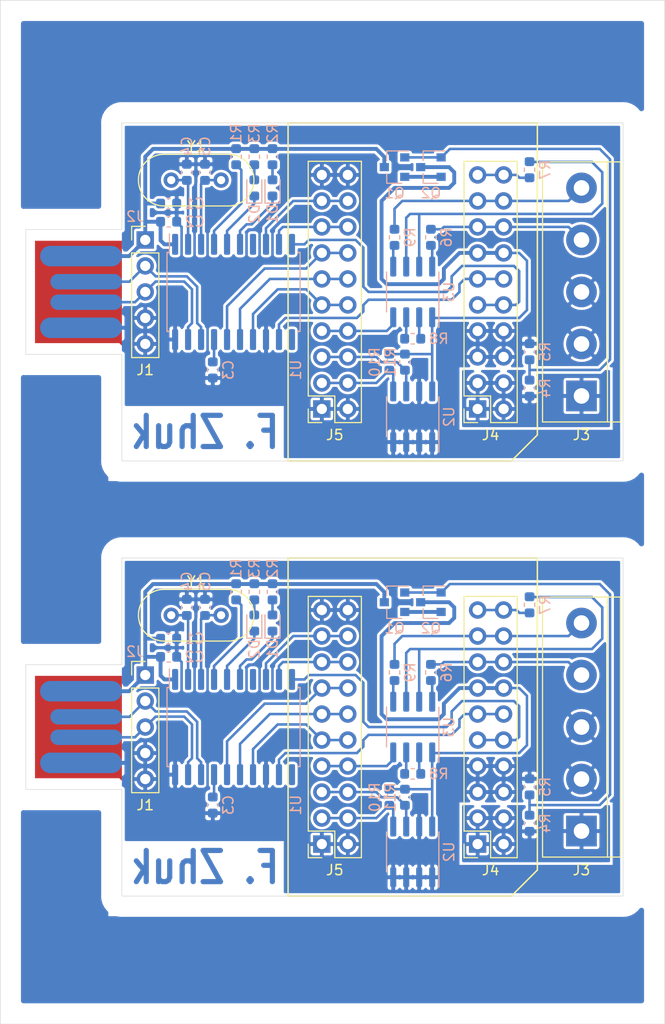
<source format=kicad_pcb>
(kicad_pcb (version 20171130) (host pcbnew "(5.1.5)-3")
  (layers (0 F.Cu signal) (31 B.Cu signal) (34 B.Paste user) (35 F.Paste user) (36 B.SilkS user) (37 F.SilkS user) (38 B.Mask user) (39 F.Mask user) (44 Edge.Cuts user))
  (net 0 "")
  (net 1 GND)
  (net 2 VBUS)
  (net 3 "Net-(C3-Pad1)")
  (net 4 "Net-(C4-Pad1)")
  (net 5 "Net-(C5-Pad1)")
  (net 6 "Net-(D1-Pad2)")
  (net 7 "Net-(D1-Pad1)")
  (net 8 "Net-(D2-Pad2)")
  (net 9 "Net-(D2-Pad1)")
  (net 10 /D+)
  (net 11 /D-)
  (net 12 /CANL)
  (net 13 +12V)
  (net 14 /CANH)
  (net 15 /CAN_TERM)
  (net 16 +5V)
  (net 17 /UARTRX)
  (net 18 /UARTTX)
  (net 19 /C0)
  (net 20 /C1)
  (net 21 /C2)
  (net 22 /C3)
  (net 23 /C4)
  (net 24 /C5)
  (net 25 /C6)
  (net 26 /C7)
  (net 27 "Net-(Q1-Pad2)")
  (net 28 "Net-(Q1-Pad1)")
  (net 29 "Net-(R1-Pad2)")
  (net 30 "Net-(R6-Pad2)")
  (net 31 "Net-(R7-Pad2)")
  (net 32 "Net-(R8-Pad2)")
  (net 33 "Net-(R8-Pad1)")
  (net 34 "Net-(R9-Pad2)")
  (net 35 "Net-(U1-Pad11)")
  (net 36 "Net-(U1-Pad7)")
  (module Resistor_SMD:R_0603_1608Metric (layer B.Cu) (at 39.584 -22.152 270)
    (fp_text reference R11 (at 0 1.43 90) (layer B.SilkS) (effects (justify mirror)))
    (fp_text value 10k)
    (pad 2 smd roundrect (at 0.7875 0 270) (size 0.875 0.95) (layers B.Cu B.Paste B.Mask) (net 25 /C6))
    (pad 1 smd roundrect (at -0.7875 0 270) (size 0.875 0.95) (layers B.Cu B.Paste B.Mask) (net 16 +5V))
  )
  (module Resistor_SMD:R_0603_1608Metric (layer B.Cu) (at 38.06 -22.152 270)
    (fp_text reference R10 (at 0 1.43 90) (layer B.SilkS) (effects (justify mirror)))
    (fp_text value 10k)
    (pad 2 smd roundrect (at 0.7875 0 270) (size 0.875 0.95) (layers B.Cu B.Paste B.Mask) (net 26 /C7))
    (pad 1 smd roundrect (at -0.7875 0 270) (size 0.875 0.95) (layers B.Cu B.Paste B.Mask) (net 16 +5V))
  )
  (module TerminalBlock:TerminalBlock_bornier-5_P5.08mm (layer F.Cu) (at 56.856 -18.85 90)
    (fp_text reference J3 (at -3.81 0 180) (layer F.SilkS))
    (fp_text value Screw_Terminal_01x05)
    (pad 5 thru_hole circle (at 20.32 0 90) (size 3 3) (drill 1.52) (layers *.Cu *.Mask) (net 12 /CANL))
    (pad 4 thru_hole circle (at 15.24 0 90) (size 3 3) (drill 1.52) (layers *.Cu *.Mask) (net 14 /CANH))
    (pad 1 thru_hole rect (at 0 0 90) (size 3 3) (drill 1.52) (layers *.Cu *.Mask) (net 13 +12V))
    (pad 3 thru_hole circle (at 10.16 0 90) (size 3 3) (drill 1.52) (layers *.Cu *.Mask) (net 1 GND))
    (pad 2 thru_hole circle (at 5.08 0 90) (size 3 3) (drill 1.52) (layers *.Cu *.Mask) (net 1 GND))
  )
  (module USR:USB_A_Integrated (layer B.Cu) (at 11.898 -29.01 180)
    (fp_text reference J2 (at -1.27 7.366) (layer B.SilkS) (effects (justify mirror)))
    (fp_text value USB_A)
    (pad 4 smd roundrect (at 4 -3.5 180) (size 8 2) (layers B.Cu B.Mask) (roundrect_rratio 0.5) (net 1 GND))
    (pad 1 smd roundrect (at 4 3.5 180) (size 8 2) (layers B.Cu B.Mask) (roundrect_rratio 0.5) (net 2 VBUS))
    (pad 3 smd roundrect (at 3.5 -1 180) (size 7 1.5) (layers B.Cu B.Mask) (roundrect_rratio 0.5) (net 10 /D+))
    (pad 2 smd roundrect (at 3.5 1 180) (size 7 1.5) (layers B.Cu B.Mask) (roundrect_rratio 0.5) (net 11 /D-))
    (pad 5 smd rect (at 4.25 0 180) (size 8.5 10) (layers F.Cu F.Mask) (net 1 GND))
  )
  (module Resistor_SMD:R_0603_1608Metric (layer B.Cu) (at 24.852 -42.218 270)
    (fp_text reference R3 (at -2.286 0 90) (layer B.SilkS) (effects (justify mirror)))
    (fp_text value 300)
    (pad 2 smd roundrect (at 0.7875 0 270) (size 0.875 0.95) (layers B.Cu B.Paste B.Mask) (net 8 "Net-(D2-Pad2)"))
    (pad 1 smd roundrect (at -0.7875 0 270) (size 0.875 0.95) (layers B.Cu B.Paste B.Mask) (net 2 VBUS))
  )
  (module Resistor_SMD:R_0603_1608Metric (layer B.Cu) (at 26.63 -42.218 270)
    (fp_text reference R2 (at -2.286 0 90) (layer B.SilkS) (effects (justify mirror)))
    (fp_text value 300)
    (pad 2 smd roundrect (at 0.7875 0 270) (size 0.875 0.95) (layers B.Cu B.Paste B.Mask) (net 6 "Net-(D1-Pad2)"))
    (pad 1 smd roundrect (at -0.7875 0 270) (size 0.875 0.95) (layers B.Cu B.Paste B.Mask) (net 2 VBUS))
  )
  (module LED_SMD:LED_0603_1608Metric (layer B.Cu) (at 24.852 -39.17 90)
    (fp_text reference D2 (at -2.54 0 90) (layer B.SilkS) (effects (justify mirror)))
    (fp_text value LED)
    (pad 2 smd roundrect (at 0.7875 0 90) (size 0.875 0.95) (layers B.Cu B.Paste B.Mask) (net 8 "Net-(D2-Pad2)"))
    (pad 1 smd roundrect (at -0.7875 0 90) (size 0.875 0.95) (layers B.Cu B.Paste B.Mask) (net 9 "Net-(D2-Pad1)"))
  )
  (module LED_SMD:LED_0603_1608Metric (layer B.Cu) (at 26.63 -39.17 90)
    (fp_text reference D1 (at -2.54 0 90) (layer B.SilkS) (effects (justify mirror)))
    (fp_text value LED)
    (pad 2 smd roundrect (at 0.7875 0 90) (size 0.875 0.95) (layers B.Cu B.Paste B.Mask) (net 6 "Net-(D1-Pad2)"))
    (pad 1 smd roundrect (at -0.7875 0 90) (size 0.875 0.95) (layers B.Cu B.Paste B.Mask) (net 7 "Net-(D1-Pad1)"))
  )
  (module Crystal:Crystal_HC49-U_Vertical (layer F.Cu) (at 16.724 -39.932)
    (fp_text reference Y1 (at 2.44 -3.302) (layer F.SilkS))
    (fp_text value Crystal)
    (pad 2 thru_hole circle (at 4.88 0) (size 1.5 1.5) (drill 0.8) (layers *.Cu *.Mask) (net 5 "Net-(C5-Pad1)"))
    (pad 1 thru_hole circle (at 0 0) (size 1.5 1.5) (drill 0.8) (layers *.Cu *.Mask) (net 4 "Net-(C4-Pad1)"))
  )
  (module Package_SO:SOIC-8_3.9x4.9mm_P1.27mm (layer B.Cu) (at 40.346 -29.01 90)
    (fp_text reference U3 (at 0 3.556 90) (layer B.SilkS) (effects (justify mirror)))
    (fp_text value LTV-200)
    (pad 8 smd roundrect (at 2.475 1.905 90) (size 1.95 0.6) (layers B.Cu B.Paste B.Mask) (net 30 "Net-(R6-Pad2)"))
    (pad 7 smd roundrect (at 2.475 0.635 90) (size 1.95 0.6) (layers B.Cu B.Paste B.Mask) (net 31 "Net-(R7-Pad2)"))
    (pad 6 smd roundrect (at 2.475 -0.635 90) (size 1.95 0.6) (layers B.Cu B.Paste B.Mask) (net 31 "Net-(R7-Pad2)"))
    (pad 5 smd roundrect (at 2.475 -1.905 90) (size 1.95 0.6) (layers B.Cu B.Paste B.Mask) (net 34 "Net-(R9-Pad2)"))
    (pad 4 smd roundrect (at -2.475 -1.905 90) (size 1.95 0.6) (layers B.Cu B.Paste B.Mask) (net 24 /C5))
    (pad 3 smd roundrect (at -2.475 -0.635 90) (size 1.95 0.6) (layers B.Cu B.Paste B.Mask) (net 32 "Net-(R8-Pad2)"))
    (pad 2 smd roundrect (at -2.475 0.635 90) (size 1.95 0.6) (layers B.Cu B.Paste B.Mask) (net 33 "Net-(R8-Pad1)"))
    (pad 1 smd roundrect (at -2.475 1.905 90) (size 1.95 0.6) (layers B.Cu B.Paste B.Mask) (net 16 +5V))
  )
  (module Package_SO:SOIC-8_3.9x4.9mm_P1.27mm (layer B.Cu) (at 40.346 -16.818 90)
    (fp_text reference U2 (at 0 3.556 90) (layer B.SilkS) (effects (justify mirror)))
    (fp_text value 24LC16)
    (pad 8 smd roundrect (at 2.475 1.905 90) (size 1.95 0.6) (layers B.Cu B.Paste B.Mask) (net 16 +5V))
    (pad 7 smd roundrect (at 2.475 0.635 90) (size 1.95 0.6) (layers B.Cu B.Paste B.Mask) (net 1 GND))
    (pad 6 smd roundrect (at 2.475 -0.635 90) (size 1.95 0.6) (layers B.Cu B.Paste B.Mask) (net 25 /C6))
    (pad 5 smd roundrect (at 2.475 -1.905 90) (size 1.95 0.6) (layers B.Cu B.Paste B.Mask) (net 26 /C7))
    (pad 4 smd roundrect (at -2.475 -1.905 90) (size 1.95 0.6) (layers B.Cu B.Paste B.Mask) (net 1 GND))
    (pad 3 smd roundrect (at -2.475 -0.635 90) (size 1.95 0.6) (layers B.Cu B.Paste B.Mask) (net 1 GND))
    (pad 2 smd roundrect (at -2.475 0.635 90) (size 1.95 0.6) (layers B.Cu B.Paste B.Mask) (net 1 GND))
    (pad 1 smd roundrect (at -2.475 1.905 90) (size 1.95 0.6) (layers B.Cu B.Paste B.Mask) (net 1 GND))
  )
  (module Package_SO:SOIC-20W_7.5x12.8mm_P1.27mm (layer B.Cu) (at 22.82 -29.01 270)
    (fp_text reference U1 (at 7.62 -6.096 90) (layer B.SilkS) (effects (justify mirror)))
    (fp_text value MCP2200-I-SO)
    (pad 20 smd roundrect (at 4.65 5.715 270) (size 2.05 0.6) (layers B.Cu B.Paste B.Mask) (net 1 GND))
    (pad 19 smd roundrect (at 4.65 4.445 270) (size 2.05 0.6) (layers B.Cu B.Paste B.Mask) (net 10 /D+))
    (pad 18 smd roundrect (at 4.65 3.175 270) (size 2.05 0.6) (layers B.Cu B.Paste B.Mask) (net 11 /D-))
    (pad 17 smd roundrect (at 4.65 1.905 270) (size 2.05 0.6) (layers B.Cu B.Paste B.Mask) (net 3 "Net-(C3-Pad1)"))
    (pad 16 smd roundrect (at 4.65 0.635 270) (size 2.05 0.6) (layers B.Cu B.Paste B.Mask) (net 21 /C2))
    (pad 15 smd roundrect (at 4.65 -0.635 270) (size 2.05 0.6) (layers B.Cu B.Paste B.Mask) (net 22 /C3))
    (pad 14 smd roundrect (at 4.65 -1.905 270) (size 2.05 0.6) (layers B.Cu B.Paste B.Mask) (net 23 /C4))
    (pad 13 smd roundrect (at 4.65 -3.175 270) (size 2.05 0.6) (layers B.Cu B.Paste B.Mask) (net 1 GND))
    (pad 12 smd roundrect (at 4.65 -4.445 270) (size 2.05 0.6) (layers B.Cu B.Paste B.Mask) (net 17 /UARTRX))
    (pad 11 smd roundrect (at 4.65 -5.715 270) (size 2.05 0.6) (layers B.Cu B.Paste B.Mask) (net 35 "Net-(U1-Pad11)"))
    (pad 10 smd roundrect (at -4.65 -5.715 270) (size 2.05 0.6) (layers B.Cu B.Paste B.Mask) (net 18 /UARTTX))
    (pad 9 smd roundrect (at -4.65 -4.445 270) (size 2.05 0.6) (layers B.Cu B.Paste B.Mask) (net 20 /C1))
    (pad 8 smd roundrect (at -4.65 -3.175 270) (size 2.05 0.6) (layers B.Cu B.Paste B.Mask) (net 19 /C0))
    (pad 7 smd roundrect (at -4.65 -1.905 270) (size 2.05 0.6) (layers B.Cu B.Paste B.Mask) (net 36 "Net-(U1-Pad7)"))
    (pad 6 smd roundrect (at -4.65 -0.635 270) (size 2.05 0.6) (layers B.Cu B.Paste B.Mask) (net 7 "Net-(D1-Pad1)"))
    (pad 5 smd roundrect (at -4.65 0.635 270) (size 2.05 0.6) (layers B.Cu B.Paste B.Mask) (net 9 "Net-(D2-Pad1)"))
    (pad 4 smd roundrect (at -4.65 1.905 270) (size 2.05 0.6) (layers B.Cu B.Paste B.Mask) (net 29 "Net-(R1-Pad2)"))
    (pad 3 smd roundrect (at -4.65 3.175 270) (size 2.05 0.6) (layers B.Cu B.Paste B.Mask) (net 5 "Net-(C5-Pad1)"))
    (pad 2 smd roundrect (at -4.65 4.445 270) (size 2.05 0.6) (layers B.Cu B.Paste B.Mask) (net 4 "Net-(C4-Pad1)"))
    (pad 1 smd roundrect (at -4.65 5.715 270) (size 2.05 0.6) (layers B.Cu B.Paste B.Mask) (net 2 VBUS))
  )
  (module Resistor_SMD:R_0603_1608Metric (layer B.Cu) (at 38.568 -34.344 270)
    (fp_text reference R9 (at 0 -1.524 90) (layer B.SilkS) (effects (justify mirror)))
    (fp_text value 62R)
    (pad 2 smd roundrect (at 0.7875 0 270) (size 0.875 0.95) (layers B.Cu B.Paste B.Mask) (net 34 "Net-(R9-Pad2)"))
    (pad 1 smd roundrect (at -0.7875 0 270) (size 0.875 0.95) (layers B.Cu B.Paste B.Mask) (net 12 /CANL))
  )
  (module Resistor_SMD:R_0603_1608Metric (layer B.Cu) (at 40.346 -24.438 180)
    (fp_text reference R8 (at -2.54 0) (layer B.SilkS) (effects (justify mirror)))
    (fp_text value 300)
    (pad 2 smd roundrect (at 0.7875 0 180) (size 0.875 0.95) (layers B.Cu B.Paste B.Mask) (net 32 "Net-(R8-Pad2)"))
    (pad 1 smd roundrect (at -0.7875 0 180) (size 0.875 0.95) (layers B.Cu B.Paste B.Mask) (net 33 "Net-(R8-Pad1)"))
  )
  (module Resistor_SMD:R_0603_1608Metric (layer B.Cu) (at 51.776 -40.948 90)
    (fp_text reference R7 (at 0 1.524 90) (layer B.SilkS) (effects (justify mirror)))
    (fp_text value 0)
    (pad 2 smd roundrect (at 0.7875 0 90) (size 0.875 0.95) (layers B.Cu B.Paste B.Mask) (net 31 "Net-(R7-Pad2)"))
    (pad 1 smd roundrect (at -0.7875 0 90) (size 0.875 0.95) (layers B.Cu B.Paste B.Mask) (net 15 /CAN_TERM))
  )
  (module Resistor_SMD:R_0603_1608Metric (layer B.Cu) (at 42.124 -34.344 270)
    (fp_text reference R6 (at 0 -1.524 90) (layer B.SilkS) (effects (justify mirror)))
    (fp_text value 62R)
    (pad 2 smd roundrect (at 0.7875 0 270) (size 0.875 0.95) (layers B.Cu B.Paste B.Mask) (net 30 "Net-(R6-Pad2)"))
    (pad 1 smd roundrect (at -0.7875 0 270) (size 0.875 0.95) (layers B.Cu B.Paste B.Mask) (net 14 /CANH))
  )
  (module Resistor_SMD:R_0603_1608Metric (layer B.Cu) (at 51.776 -23.168 90)
    (fp_text reference R5 (at 0 1.524 90) (layer B.SilkS) (effects (justify mirror)))
    (fp_text value 10k)
    (pad 2 smd roundrect (at 0.7875 0 90) (size 0.875 0.95) (layers B.Cu B.Paste B.Mask) (net 1 GND))
    (pad 1 smd roundrect (at -0.7875 0 90) (size 0.875 0.95) (layers B.Cu B.Paste B.Mask) (net 28 "Net-(Q1-Pad1)"))
  )
  (module Resistor_SMD:R_0603_1608Metric (layer B.Cu) (at 51.776 -19.612 270)
    (fp_text reference R4 (at 0 -1.524 90) (layer B.SilkS) (effects (justify mirror)))
    (fp_text value 62R)
    (pad 2 smd roundrect (at 0.7875 0 270) (size 0.875 0.95) (layers B.Cu B.Paste B.Mask) (net 13 +12V))
    (pad 1 smd roundrect (at -0.7875 0 270) (size 0.875 0.95) (layers B.Cu B.Paste B.Mask) (net 28 "Net-(Q1-Pad1)"))
  )
  (module Resistor_SMD:R_0603_1608Metric (layer B.Cu) (at 23.074 -42.218 270)
    (fp_text reference R1 (at -2.286 0 90) (layer B.SilkS) (effects (justify mirror)))
    (fp_text value 10k)
    (pad 2 smd roundrect (at 0.7875 0 270) (size 0.875 0.95) (layers B.Cu B.Paste B.Mask) (net 29 "Net-(R1-Pad2)"))
    (pad 1 smd roundrect (at -0.7875 0 270) (size 0.875 0.95) (layers B.Cu B.Paste B.Mask) (net 2 VBUS))
  )
  (module Package_TO_SOT_SMD:SOT-23 (layer B.Cu) (at 42.124 -41.202 180)
    (fp_text reference Q2 (at 0 -2.54) (layer B.SilkS) (effects (justify mirror)))
    (fp_text value IRLML5203)
    (pad 3 smd rect (at 1 0 180) (size 0.9 0.8) (layers B.Cu B.Paste B.Mask) (net 16 +5V))
    (pad 2 smd rect (at -1 -0.95 180) (size 0.9 0.8) (layers B.Cu B.Paste B.Mask) (net 27 "Net-(Q1-Pad2)"))
    (pad 1 smd rect (at -1 0.95 180) (size 0.9 0.8) (layers B.Cu B.Paste B.Mask) (net 28 "Net-(Q1-Pad1)"))
  )
  (module Package_TO_SOT_SMD:SOT-23 (layer B.Cu) (at 38.568 -41.202 180)
    (fp_text reference Q1 (at 0 -2.54) (layer B.SilkS) (effects (justify mirror)))
    (fp_text value IRLML5203)
    (pad 3 smd rect (at 1 0 180) (size 0.9 0.8) (layers B.Cu B.Paste B.Mask) (net 2 VBUS))
    (pad 2 smd rect (at -1 -0.95 180) (size 0.9 0.8) (layers B.Cu B.Paste B.Mask) (net 27 "Net-(Q1-Pad2)"))
    (pad 1 smd rect (at -1 0.95 180) (size 0.9 0.8) (layers B.Cu B.Paste B.Mask) (net 28 "Net-(Q1-Pad1)"))
  )
  (module Connector_PinSocket_2.54mm:PinSocket_2x10_P2.54mm_Vertical (layer F.Cu) (at 31.456 -17.58 180)
    (fp_text reference J5 (at -1.27 -2.54) (layer F.SilkS))
    (fp_text value Conn_02x10_Odd_Even)
    (pad 20 thru_hole oval (at -2.54 22.86 180) (size 1.7 1.7) (drill 1) (layers *.Cu *.Mask) (net 1 GND))
    (pad 19 thru_hole oval (at 0 22.86 180) (size 1.7 1.7) (drill 1) (layers *.Cu *.Mask) (net 1 GND))
    (pad 18 thru_hole oval (at -2.54 20.32 180) (size 1.7 1.7) (drill 1) (layers *.Cu *.Mask) (net 19 /C0))
    (pad 17 thru_hole oval (at 0 20.32 180) (size 1.7 1.7) (drill 1) (layers *.Cu *.Mask) (net 19 /C0))
    (pad 16 thru_hole oval (at -2.54 17.78 180) (size 1.7 1.7) (drill 1) (layers *.Cu *.Mask) (net 20 /C1))
    (pad 15 thru_hole oval (at 0 17.78 180) (size 1.7 1.7) (drill 1) (layers *.Cu *.Mask) (net 20 /C1))
    (pad 14 thru_hole oval (at -2.54 15.24 180) (size 1.7 1.7) (drill 1) (layers *.Cu *.Mask) (net 21 /C2))
    (pad 13 thru_hole oval (at 0 15.24 180) (size 1.7 1.7) (drill 1) (layers *.Cu *.Mask) (net 21 /C2))
    (pad 12 thru_hole oval (at -2.54 12.7 180) (size 1.7 1.7) (drill 1) (layers *.Cu *.Mask) (net 22 /C3))
    (pad 11 thru_hole oval (at 0 12.7 180) (size 1.7 1.7) (drill 1) (layers *.Cu *.Mask) (net 22 /C3))
    (pad 10 thru_hole oval (at -2.54 10.16 180) (size 1.7 1.7) (drill 1) (layers *.Cu *.Mask) (net 23 /C4))
    (pad 9 thru_hole oval (at 0 10.16 180) (size 1.7 1.7) (drill 1) (layers *.Cu *.Mask) (net 23 /C4))
    (pad 8 thru_hole oval (at -2.54 7.62 180) (size 1.7 1.7) (drill 1) (layers *.Cu *.Mask) (net 24 /C5))
    (pad 7 thru_hole oval (at 0 7.62 180) (size 1.7 1.7) (drill 1) (layers *.Cu *.Mask) (net 24 /C5))
    (pad 6 thru_hole oval (at -2.54 5.08 180) (size 1.7 1.7) (drill 1) (layers *.Cu *.Mask) (net 25 /C6))
    (pad 5 thru_hole oval (at 0 5.08 180) (size 1.7 1.7) (drill 1) (layers *.Cu *.Mask) (net 25 /C6))
    (pad 4 thru_hole oval (at -2.54 2.54 180) (size 1.7 1.7) (drill 1) (layers *.Cu *.Mask) (net 26 /C7))
    (pad 3 thru_hole oval (at 0 2.54 180) (size 1.7 1.7) (drill 1) (layers *.Cu *.Mask) (net 26 /C7))
    (pad 2 thru_hole oval (at -2.54 0 180) (size 1.7 1.7) (drill 1) (layers *.Cu *.Mask) (net 1 GND))
    (pad 1 thru_hole rect (at 0 0 180) (size 1.7 1.7) (drill 1) (layers *.Cu *.Mask) (net 1 GND))
  )
  (module Connector_PinSocket_2.54mm:PinSocket_2x10_P2.54mm_Vertical (layer F.Cu) (at 46.696 -17.58 180)
    (fp_text reference J4 (at -1.27 -2.54) (layer F.SilkS))
    (fp_text value Conn_02x10_Odd_Even)
    (pad 20 thru_hole oval (at -2.54 22.86 180) (size 1.7 1.7) (drill 1) (layers *.Cu *.Mask) (net 15 /CAN_TERM))
    (pad 19 thru_hole oval (at 0 22.86 180) (size 1.7 1.7) (drill 1) (layers *.Cu *.Mask) (net 15 /CAN_TERM))
    (pad 18 thru_hole oval (at -2.54 20.32 180) (size 1.7 1.7) (drill 1) (layers *.Cu *.Mask) (net 12 /CANL))
    (pad 17 thru_hole oval (at 0 20.32 180) (size 1.7 1.7) (drill 1) (layers *.Cu *.Mask) (net 12 /CANL))
    (pad 16 thru_hole oval (at -2.54 17.78 180) (size 1.7 1.7) (drill 1) (layers *.Cu *.Mask) (net 14 /CANH))
    (pad 15 thru_hole oval (at 0 17.78 180) (size 1.7 1.7) (drill 1) (layers *.Cu *.Mask) (net 14 /CANH))
    (pad 14 thru_hole oval (at -2.54 15.24 180) (size 1.7 1.7) (drill 1) (layers *.Cu *.Mask) (net 16 +5V))
    (pad 13 thru_hole oval (at 0 15.24 180) (size 1.7 1.7) (drill 1) (layers *.Cu *.Mask) (net 16 +5V))
    (pad 12 thru_hole oval (at -2.54 12.7 180) (size 1.7 1.7) (drill 1) (layers *.Cu *.Mask) (net 17 /UARTRX))
    (pad 11 thru_hole oval (at 0 12.7 180) (size 1.7 1.7) (drill 1) (layers *.Cu *.Mask) (net 17 /UARTRX))
    (pad 10 thru_hole oval (at -2.54 10.16 180) (size 1.7 1.7) (drill 1) (layers *.Cu *.Mask) (net 18 /UARTTX))
    (pad 9 thru_hole oval (at 0 10.16 180) (size 1.7 1.7) (drill 1) (layers *.Cu *.Mask) (net 18 /UARTTX))
    (pad 8 thru_hole oval (at -2.54 7.62 180) (size 1.7 1.7) (drill 1) (layers *.Cu *.Mask) (net 1 GND))
    (pad 7 thru_hole oval (at 0 7.62 180) (size 1.7 1.7) (drill 1) (layers *.Cu *.Mask) (net 1 GND))
    (pad 6 thru_hole oval (at -2.54 5.08 180) (size 1.7 1.7) (drill 1) (layers *.Cu *.Mask) (net 1 GND))
    (pad 5 thru_hole oval (at 0 5.08 180) (size 1.7 1.7) (drill 1) (layers *.Cu *.Mask) (net 1 GND))
    (pad 4 thru_hole oval (at -2.54 2.54 180) (size 1.7 1.7) (drill 1) (layers *.Cu *.Mask) (net 13 +12V))
    (pad 3 thru_hole oval (at 0 2.54 180) (size 1.7 1.7) (drill 1) (layers *.Cu *.Mask) (net 13 +12V))
    (pad 2 thru_hole oval (at -2.54 0 180) (size 1.7 1.7) (drill 1) (layers *.Cu *.Mask) (net 13 +12V))
    (pad 1 thru_hole rect (at 0 0 180) (size 1.7 1.7) (drill 1) (layers *.Cu *.Mask) (net 13 +12V))
  )
  (module Connector_PinHeader_2.54mm:PinHeader_1x05_P2.54mm_Vertical (layer F.Cu) (at 14.184 -34.09)
    (fp_text reference J1 (at 0 12.7) (layer F.SilkS))
    (fp_text value Conn_01x05)
    (pad 5 thru_hole oval (at 0 10.16) (size 1.7 1.7) (drill 1) (layers *.Cu *.Mask) (net 1 GND))
    (pad 4 thru_hole oval (at 0 7.62) (size 1.7 1.7) (drill 1) (layers *.Cu *.Mask) (net 1 GND))
    (pad 3 thru_hole oval (at 0 5.08) (size 1.7 1.7) (drill 1) (layers *.Cu *.Mask) (net 10 /D+))
    (pad 2 thru_hole oval (at 0 2.54) (size 1.7 1.7) (drill 1) (layers *.Cu *.Mask) (net 11 /D-))
    (pad 1 thru_hole rect (at 0 0) (size 1.7 1.7) (drill 1) (layers *.Cu *.Mask) (net 2 VBUS))
  )
  (module Capacitor_SMD:C_0603_1608Metric (layer B.Cu) (at 20.026 -40.694 90)
    (fp_text reference C5 (at 2.54 0 90) (layer B.SilkS) (effects (justify mirror)))
    (fp_text value 20p)
    (pad 2 smd roundrect (at 0.7875 0 90) (size 0.875 0.95) (layers B.Cu B.Paste B.Mask) (net 1 GND))
    (pad 1 smd roundrect (at -0.7875 0 90) (size 0.875 0.95) (layers B.Cu B.Paste B.Mask) (net 5 "Net-(C5-Pad1)"))
  )
  (module Capacitor_SMD:C_0603_1608Metric (layer B.Cu) (at 18.248 -40.694 90)
    (fp_text reference C4 (at 2.54 0 90) (layer B.SilkS) (effects (justify mirror)))
    (fp_text value 20p)
    (pad 2 smd roundrect (at 0.7875 0 90) (size 0.875 0.95) (layers B.Cu B.Paste B.Mask) (net 1 GND))
    (pad 1 smd roundrect (at -0.7875 0 90) (size 0.875 0.95) (layers B.Cu B.Paste B.Mask) (net 4 "Net-(C4-Pad1)"))
  )
  (module Capacitor_SMD:C_0603_1608Metric (layer B.Cu) (at 20.788 -21.39 270)
    (fp_text reference C3 (at 0 -1.524 90) (layer B.SilkS) (effects (justify mirror)))
    (fp_text value 0.47u)
    (pad 2 smd roundrect (at 0.7875 0 270) (size 0.875 0.95) (layers B.Cu B.Paste B.Mask) (net 1 GND))
    (pad 1 smd roundrect (at -0.7875 0 270) (size 0.875 0.95) (layers B.Cu B.Paste B.Mask) (net 3 "Net-(C3-Pad1)"))
  )
  (module Capacitor_SMD:C_0603_1608Metric (layer B.Cu) (at 16.47 -35.868)
    (fp_text reference C2 (at 2.54 0) (layer B.SilkS) (effects (justify mirror)))
    (fp_text value 0.1u)
    (pad 2 smd roundrect (at 0.7875 0) (size 0.875 0.95) (layers B.Cu B.Paste B.Mask) (net 1 GND))
    (pad 1 smd roundrect (at -0.7875 0) (size 0.875 0.95) (layers B.Cu B.Paste B.Mask) (net 2 VBUS))
  )
  (module Capacitor_SMD:C_0603_1608Metric (layer B.Cu) (at 16.47 -37.646)
    (fp_text reference C1 (at 2.54 0) (layer B.SilkS) (effects (justify mirror)))
    (fp_text value 1u)
    (pad 2 smd roundrect (at 0.7875 0) (size 0.875 0.95) (layers B.Cu B.Paste B.Mask) (net 1 GND))
    (pad 1 smd roundrect (at -0.7875 0) (size 0.875 0.95) (layers B.Cu B.Paste B.Mask) (net 2 VBUS))
  )
  (module Resistor_SMD:R_0603_1608Metric (layer B.Cu) (at 39.584 -64.652 270)
    (fp_text reference R11 (at 0 1.43 90) (layer B.SilkS) (effects (justify mirror)))
    (fp_text value 10k)
    (pad 2 smd roundrect (at 0.7875 0 270) (size 0.875 0.95) (layers B.Cu B.Paste B.Mask) (net 25 /C6))
    (pad 1 smd roundrect (at -0.7875 0 270) (size 0.875 0.95) (layers B.Cu B.Paste B.Mask) (net 16 +5V))
  )
  (module Resistor_SMD:R_0603_1608Metric (layer B.Cu) (at 38.06 -64.652 270)
    (fp_text reference R10 (at 0 1.43 90) (layer B.SilkS) (effects (justify mirror)))
    (fp_text value 10k)
    (pad 2 smd roundrect (at 0.7875 0 270) (size 0.875 0.95) (layers B.Cu B.Paste B.Mask) (net 26 /C7))
    (pad 1 smd roundrect (at -0.7875 0 270) (size 0.875 0.95) (layers B.Cu B.Paste B.Mask) (net 16 +5V))
  )
  (module TerminalBlock:TerminalBlock_bornier-5_P5.08mm (layer F.Cu) (at 56.856 -61.35 90)
    (fp_text reference J3 (at -3.81 0 180) (layer F.SilkS))
    (fp_text value Screw_Terminal_01x05)
    (pad 5 thru_hole circle (at 20.32 0 90) (size 3 3) (drill 1.52) (layers *.Cu *.Mask) (net 12 /CANL))
    (pad 4 thru_hole circle (at 15.24 0 90) (size 3 3) (drill 1.52) (layers *.Cu *.Mask) (net 14 /CANH))
    (pad 1 thru_hole rect (at 0 0 90) (size 3 3) (drill 1.52) (layers *.Cu *.Mask) (net 13 +12V))
    (pad 3 thru_hole circle (at 10.16 0 90) (size 3 3) (drill 1.52) (layers *.Cu *.Mask) (net 1 GND))
    (pad 2 thru_hole circle (at 5.08 0 90) (size 3 3) (drill 1.52) (layers *.Cu *.Mask) (net 1 GND))
  )
  (module USR:USB_A_Integrated (layer B.Cu) (at 11.898 -71.51 180)
    (fp_text reference J2 (at -1.27 7.366) (layer B.SilkS) (effects (justify mirror)))
    (fp_text value USB_A)
    (pad 4 smd roundrect (at 4 -3.5 180) (size 8 2) (layers B.Cu B.Mask) (roundrect_rratio 0.5) (net 1 GND))
    (pad 1 smd roundrect (at 4 3.5 180) (size 8 2) (layers B.Cu B.Mask) (roundrect_rratio 0.5) (net 2 VBUS))
    (pad 3 smd roundrect (at 3.5 -1 180) (size 7 1.5) (layers B.Cu B.Mask) (roundrect_rratio 0.5) (net 10 /D+))
    (pad 2 smd roundrect (at 3.5 1 180) (size 7 1.5) (layers B.Cu B.Mask) (roundrect_rratio 0.5) (net 11 /D-))
    (pad 5 smd rect (at 4.25 0 180) (size 8.5 10) (layers F.Cu F.Mask) (net 1 GND))
  )
  (module Resistor_SMD:R_0603_1608Metric (layer B.Cu) (at 24.852 -84.718 270)
    (fp_text reference R3 (at -2.286 0 90) (layer B.SilkS) (effects (justify mirror)))
    (fp_text value 300)
    (pad 2 smd roundrect (at 0.7875 0 270) (size 0.875 0.95) (layers B.Cu B.Paste B.Mask) (net 8 "Net-(D2-Pad2)"))
    (pad 1 smd roundrect (at -0.7875 0 270) (size 0.875 0.95) (layers B.Cu B.Paste B.Mask) (net 2 VBUS))
  )
  (module Resistor_SMD:R_0603_1608Metric (layer B.Cu) (at 26.63 -84.718 270)
    (fp_text reference R2 (at -2.286 0 90) (layer B.SilkS) (effects (justify mirror)))
    (fp_text value 300)
    (pad 2 smd roundrect (at 0.7875 0 270) (size 0.875 0.95) (layers B.Cu B.Paste B.Mask) (net 6 "Net-(D1-Pad2)"))
    (pad 1 smd roundrect (at -0.7875 0 270) (size 0.875 0.95) (layers B.Cu B.Paste B.Mask) (net 2 VBUS))
  )
  (module LED_SMD:LED_0603_1608Metric (layer B.Cu) (at 24.852 -81.67 90)
    (fp_text reference D2 (at -2.54 0 90) (layer B.SilkS) (effects (justify mirror)))
    (fp_text value LED)
    (pad 2 smd roundrect (at 0.7875 0 90) (size 0.875 0.95) (layers B.Cu B.Paste B.Mask) (net 8 "Net-(D2-Pad2)"))
    (pad 1 smd roundrect (at -0.7875 0 90) (size 0.875 0.95) (layers B.Cu B.Paste B.Mask) (net 9 "Net-(D2-Pad1)"))
  )
  (module LED_SMD:LED_0603_1608Metric (layer B.Cu) (at 26.63 -81.67 90)
    (fp_text reference D1 (at -2.54 0 90) (layer B.SilkS) (effects (justify mirror)))
    (fp_text value LED)
    (pad 2 smd roundrect (at 0.7875 0 90) (size 0.875 0.95) (layers B.Cu B.Paste B.Mask) (net 6 "Net-(D1-Pad2)"))
    (pad 1 smd roundrect (at -0.7875 0 90) (size 0.875 0.95) (layers B.Cu B.Paste B.Mask) (net 7 "Net-(D1-Pad1)"))
  )
  (module Crystal:Crystal_HC49-U_Vertical (layer F.Cu) (at 16.724 -82.432)
    (fp_text reference Y1 (at 2.44 -3.302) (layer F.SilkS))
    (fp_text value Crystal)
    (pad 2 thru_hole circle (at 4.88 0) (size 1.5 1.5) (drill 0.8) (layers *.Cu *.Mask) (net 5 "Net-(C5-Pad1)"))
    (pad 1 thru_hole circle (at 0 0) (size 1.5 1.5) (drill 0.8) (layers *.Cu *.Mask) (net 4 "Net-(C4-Pad1)"))
  )
  (module Package_SO:SOIC-8_3.9x4.9mm_P1.27mm (layer B.Cu) (at 40.346 -71.51 90)
    (fp_text reference U3 (at 0 3.556 90) (layer B.SilkS) (effects (justify mirror)))
    (fp_text value LTV-200)
    (pad 8 smd roundrect (at 2.475 1.905 90) (size 1.95 0.6) (layers B.Cu B.Paste B.Mask) (net 30 "Net-(R6-Pad2)"))
    (pad 7 smd roundrect (at 2.475 0.635 90) (size 1.95 0.6) (layers B.Cu B.Paste B.Mask) (net 31 "Net-(R7-Pad2)"))
    (pad 6 smd roundrect (at 2.475 -0.635 90) (size 1.95 0.6) (layers B.Cu B.Paste B.Mask) (net 31 "Net-(R7-Pad2)"))
    (pad 5 smd roundrect (at 2.475 -1.905 90) (size 1.95 0.6) (layers B.Cu B.Paste B.Mask) (net 34 "Net-(R9-Pad2)"))
    (pad 4 smd roundrect (at -2.475 -1.905 90) (size 1.95 0.6) (layers B.Cu B.Paste B.Mask) (net 24 /C5))
    (pad 3 smd roundrect (at -2.475 -0.635 90) (size 1.95 0.6) (layers B.Cu B.Paste B.Mask) (net 32 "Net-(R8-Pad2)"))
    (pad 2 smd roundrect (at -2.475 0.635 90) (size 1.95 0.6) (layers B.Cu B.Paste B.Mask) (net 33 "Net-(R8-Pad1)"))
    (pad 1 smd roundrect (at -2.475 1.905 90) (size 1.95 0.6) (layers B.Cu B.Paste B.Mask) (net 16 +5V))
  )
  (module Package_SO:SOIC-8_3.9x4.9mm_P1.27mm (layer B.Cu) (at 40.346 -59.318 90)
    (fp_text reference U2 (at 0 3.556 90) (layer B.SilkS) (effects (justify mirror)))
    (fp_text value 24LC16)
    (pad 8 smd roundrect (at 2.475 1.905 90) (size 1.95 0.6) (layers B.Cu B.Paste B.Mask) (net 16 +5V))
    (pad 7 smd roundrect (at 2.475 0.635 90) (size 1.95 0.6) (layers B.Cu B.Paste B.Mask) (net 1 GND))
    (pad 6 smd roundrect (at 2.475 -0.635 90) (size 1.95 0.6) (layers B.Cu B.Paste B.Mask) (net 25 /C6))
    (pad 5 smd roundrect (at 2.475 -1.905 90) (size 1.95 0.6) (layers B.Cu B.Paste B.Mask) (net 26 /C7))
    (pad 4 smd roundrect (at -2.475 -1.905 90) (size 1.95 0.6) (layers B.Cu B.Paste B.Mask) (net 1 GND))
    (pad 3 smd roundrect (at -2.475 -0.635 90) (size 1.95 0.6) (layers B.Cu B.Paste B.Mask) (net 1 GND))
    (pad 2 smd roundrect (at -2.475 0.635 90) (size 1.95 0.6) (layers B.Cu B.Paste B.Mask) (net 1 GND))
    (pad 1 smd roundrect (at -2.475 1.905 90) (size 1.95 0.6) (layers B.Cu B.Paste B.Mask) (net 1 GND))
  )
  (module Package_SO:SOIC-20W_7.5x12.8mm_P1.27mm (layer B.Cu) (at 22.82 -71.51 270)
    (fp_text reference U1 (at 7.62 -6.096 90) (layer B.SilkS) (effects (justify mirror)))
    (fp_text value MCP2200-I-SO)
    (pad 20 smd roundrect (at 4.65 5.715 270) (size 2.05 0.6) (layers B.Cu B.Paste B.Mask) (net 1 GND))
    (pad 19 smd roundrect (at 4.65 4.445 270) (size 2.05 0.6) (layers B.Cu B.Paste B.Mask) (net 10 /D+))
    (pad 18 smd roundrect (at 4.65 3.175 270) (size 2.05 0.6) (layers B.Cu B.Paste B.Mask) (net 11 /D-))
    (pad 17 smd roundrect (at 4.65 1.905 270) (size 2.05 0.6) (layers B.Cu B.Paste B.Mask) (net 3 "Net-(C3-Pad1)"))
    (pad 16 smd roundrect (at 4.65 0.635 270) (size 2.05 0.6) (layers B.Cu B.Paste B.Mask) (net 21 /C2))
    (pad 15 smd roundrect (at 4.65 -0.635 270) (size 2.05 0.6) (layers B.Cu B.Paste B.Mask) (net 22 /C3))
    (pad 14 smd roundrect (at 4.65 -1.905 270) (size 2.05 0.6) (layers B.Cu B.Paste B.Mask) (net 23 /C4))
    (pad 13 smd roundrect (at 4.65 -3.175 270) (size 2.05 0.6) (layers B.Cu B.Paste B.Mask) (net 1 GND))
    (pad 12 smd roundrect (at 4.65 -4.445 270) (size 2.05 0.6) (layers B.Cu B.Paste B.Mask) (net 17 /UARTRX))
    (pad 11 smd roundrect (at 4.65 -5.715 270) (size 2.05 0.6) (layers B.Cu B.Paste B.Mask) (net 35 "Net-(U1-Pad11)"))
    (pad 10 smd roundrect (at -4.65 -5.715 270) (size 2.05 0.6) (layers B.Cu B.Paste B.Mask) (net 18 /UARTTX))
    (pad 9 smd roundrect (at -4.65 -4.445 270) (size 2.05 0.6) (layers B.Cu B.Paste B.Mask) (net 20 /C1))
    (pad 8 smd roundrect (at -4.65 -3.175 270) (size 2.05 0.6) (layers B.Cu B.Paste B.Mask) (net 19 /C0))
    (pad 7 smd roundrect (at -4.65 -1.905 270) (size 2.05 0.6) (layers B.Cu B.Paste B.Mask) (net 36 "Net-(U1-Pad7)"))
    (pad 6 smd roundrect (at -4.65 -0.635 270) (size 2.05 0.6) (layers B.Cu B.Paste B.Mask) (net 7 "Net-(D1-Pad1)"))
    (pad 5 smd roundrect (at -4.65 0.635 270) (size 2.05 0.6) (layers B.Cu B.Paste B.Mask) (net 9 "Net-(D2-Pad1)"))
    (pad 4 smd roundrect (at -4.65 1.905 270) (size 2.05 0.6) (layers B.Cu B.Paste B.Mask) (net 29 "Net-(R1-Pad2)"))
    (pad 3 smd roundrect (at -4.65 3.175 270) (size 2.05 0.6) (layers B.Cu B.Paste B.Mask) (net 5 "Net-(C5-Pad1)"))
    (pad 2 smd roundrect (at -4.65 4.445 270) (size 2.05 0.6) (layers B.Cu B.Paste B.Mask) (net 4 "Net-(C4-Pad1)"))
    (pad 1 smd roundrect (at -4.65 5.715 270) (size 2.05 0.6) (layers B.Cu B.Paste B.Mask) (net 2 VBUS))
  )
  (module Resistor_SMD:R_0603_1608Metric (layer B.Cu) (at 38.568 -76.844 270)
    (fp_text reference R9 (at 0 -1.524 90) (layer B.SilkS) (effects (justify mirror)))
    (fp_text value 62R)
    (pad 2 smd roundrect (at 0.7875 0 270) (size 0.875 0.95) (layers B.Cu B.Paste B.Mask) (net 34 "Net-(R9-Pad2)"))
    (pad 1 smd roundrect (at -0.7875 0 270) (size 0.875 0.95) (layers B.Cu B.Paste B.Mask) (net 12 /CANL))
  )
  (module Resistor_SMD:R_0603_1608Metric (layer B.Cu) (at 40.346 -66.938 180)
    (fp_text reference R8 (at -2.54 0) (layer B.SilkS) (effects (justify mirror)))
    (fp_text value 300)
    (pad 2 smd roundrect (at 0.7875 0 180) (size 0.875 0.95) (layers B.Cu B.Paste B.Mask) (net 32 "Net-(R8-Pad2)"))
    (pad 1 smd roundrect (at -0.7875 0 180) (size 0.875 0.95) (layers B.Cu B.Paste B.Mask) (net 33 "Net-(R8-Pad1)"))
  )
  (module Resistor_SMD:R_0603_1608Metric (layer B.Cu) (at 51.776 -83.448 90)
    (fp_text reference R7 (at 0 1.524 90) (layer B.SilkS) (effects (justify mirror)))
    (fp_text value 0)
    (pad 2 smd roundrect (at 0.7875 0 90) (size 0.875 0.95) (layers B.Cu B.Paste B.Mask) (net 31 "Net-(R7-Pad2)"))
    (pad 1 smd roundrect (at -0.7875 0 90) (size 0.875 0.95) (layers B.Cu B.Paste B.Mask) (net 15 /CAN_TERM))
  )
  (module Resistor_SMD:R_0603_1608Metric (layer B.Cu) (at 42.124 -76.844 270)
    (fp_text reference R6 (at 0 -1.524 90) (layer B.SilkS) (effects (justify mirror)))
    (fp_text value 62R)
    (pad 2 smd roundrect (at 0.7875 0 270) (size 0.875 0.95) (layers B.Cu B.Paste B.Mask) (net 30 "Net-(R6-Pad2)"))
    (pad 1 smd roundrect (at -0.7875 0 270) (size 0.875 0.95) (layers B.Cu B.Paste B.Mask) (net 14 /CANH))
  )
  (module Resistor_SMD:R_0603_1608Metric (layer B.Cu) (at 51.776 -65.668 90)
    (fp_text reference R5 (at 0 1.524 90) (layer B.SilkS) (effects (justify mirror)))
    (fp_text value 10k)
    (pad 2 smd roundrect (at 0.7875 0 90) (size 0.875 0.95) (layers B.Cu B.Paste B.Mask) (net 1 GND))
    (pad 1 smd roundrect (at -0.7875 0 90) (size 0.875 0.95) (layers B.Cu B.Paste B.Mask) (net 28 "Net-(Q1-Pad1)"))
  )
  (module Resistor_SMD:R_0603_1608Metric (layer B.Cu) (at 51.776 -62.112 270)
    (fp_text reference R4 (at 0 -1.524 90) (layer B.SilkS) (effects (justify mirror)))
    (fp_text value 62R)
    (pad 2 smd roundrect (at 0.7875 0 270) (size 0.875 0.95) (layers B.Cu B.Paste B.Mask) (net 13 +12V))
    (pad 1 smd roundrect (at -0.7875 0 270) (size 0.875 0.95) (layers B.Cu B.Paste B.Mask) (net 28 "Net-(Q1-Pad1)"))
  )
  (module Resistor_SMD:R_0603_1608Metric (layer B.Cu) (at 23.074 -84.718 270)
    (fp_text reference R1 (at -2.286 0 90) (layer B.SilkS) (effects (justify mirror)))
    (fp_text value 10k)
    (pad 2 smd roundrect (at 0.7875 0 270) (size 0.875 0.95) (layers B.Cu B.Paste B.Mask) (net 29 "Net-(R1-Pad2)"))
    (pad 1 smd roundrect (at -0.7875 0 270) (size 0.875 0.95) (layers B.Cu B.Paste B.Mask) (net 2 VBUS))
  )
  (module Package_TO_SOT_SMD:SOT-23 (layer B.Cu) (at 42.124 -83.702 180)
    (fp_text reference Q2 (at 0 -2.54) (layer B.SilkS) (effects (justify mirror)))
    (fp_text value IRLML5203)
    (pad 3 smd rect (at 1 0 180) (size 0.9 0.8) (layers B.Cu B.Paste B.Mask) (net 16 +5V))
    (pad 2 smd rect (at -1 -0.95 180) (size 0.9 0.8) (layers B.Cu B.Paste B.Mask) (net 27 "Net-(Q1-Pad2)"))
    (pad 1 smd rect (at -1 0.95 180) (size 0.9 0.8) (layers B.Cu B.Paste B.Mask) (net 28 "Net-(Q1-Pad1)"))
  )
  (module Package_TO_SOT_SMD:SOT-23 (layer B.Cu) (at 38.568 -83.702 180)
    (fp_text reference Q1 (at 0 -2.54) (layer B.SilkS) (effects (justify mirror)))
    (fp_text value IRLML5203)
    (pad 3 smd rect (at 1 0 180) (size 0.9 0.8) (layers B.Cu B.Paste B.Mask) (net 2 VBUS))
    (pad 2 smd rect (at -1 -0.95 180) (size 0.9 0.8) (layers B.Cu B.Paste B.Mask) (net 27 "Net-(Q1-Pad2)"))
    (pad 1 smd rect (at -1 0.95 180) (size 0.9 0.8) (layers B.Cu B.Paste B.Mask) (net 28 "Net-(Q1-Pad1)"))
  )
  (module Connector_PinSocket_2.54mm:PinSocket_2x10_P2.54mm_Vertical (layer F.Cu) (at 31.456 -60.08 180)
    (fp_text reference J5 (at -1.27 -2.54) (layer F.SilkS))
    (fp_text value Conn_02x10_Odd_Even)
    (pad 20 thru_hole oval (at -2.54 22.86 180) (size 1.7 1.7) (drill 1) (layers *.Cu *.Mask) (net 1 GND))
    (pad 19 thru_hole oval (at 0 22.86 180) (size 1.7 1.7) (drill 1) (layers *.Cu *.Mask) (net 1 GND))
    (pad 18 thru_hole oval (at -2.54 20.32 180) (size 1.7 1.7) (drill 1) (layers *.Cu *.Mask) (net 19 /C0))
    (pad 17 thru_hole oval (at 0 20.32 180) (size 1.7 1.7) (drill 1) (layers *.Cu *.Mask) (net 19 /C0))
    (pad 16 thru_hole oval (at -2.54 17.78 180) (size 1.7 1.7) (drill 1) (layers *.Cu *.Mask) (net 20 /C1))
    (pad 15 thru_hole oval (at 0 17.78 180) (size 1.7 1.7) (drill 1) (layers *.Cu *.Mask) (net 20 /C1))
    (pad 14 thru_hole oval (at -2.54 15.24 180) (size 1.7 1.7) (drill 1) (layers *.Cu *.Mask) (net 21 /C2))
    (pad 13 thru_hole oval (at 0 15.24 180) (size 1.7 1.7) (drill 1) (layers *.Cu *.Mask) (net 21 /C2))
    (pad 12 thru_hole oval (at -2.54 12.7 180) (size 1.7 1.7) (drill 1) (layers *.Cu *.Mask) (net 22 /C3))
    (pad 11 thru_hole oval (at 0 12.7 180) (size 1.7 1.7) (drill 1) (layers *.Cu *.Mask) (net 22 /C3))
    (pad 10 thru_hole oval (at -2.54 10.16 180) (size 1.7 1.7) (drill 1) (layers *.Cu *.Mask) (net 23 /C4))
    (pad 9 thru_hole oval (at 0 10.16 180) (size 1.7 1.7) (drill 1) (layers *.Cu *.Mask) (net 23 /C4))
    (pad 8 thru_hole oval (at -2.54 7.62 180) (size 1.7 1.7) (drill 1) (layers *.Cu *.Mask) (net 24 /C5))
    (pad 7 thru_hole oval (at 0 7.62 180) (size 1.7 1.7) (drill 1) (layers *.Cu *.Mask) (net 24 /C5))
    (pad 6 thru_hole oval (at -2.54 5.08 180) (size 1.7 1.7) (drill 1) (layers *.Cu *.Mask) (net 25 /C6))
    (pad 5 thru_hole oval (at 0 5.08 180) (size 1.7 1.7) (drill 1) (layers *.Cu *.Mask) (net 25 /C6))
    (pad 4 thru_hole oval (at -2.54 2.54 180) (size 1.7 1.7) (drill 1) (layers *.Cu *.Mask) (net 26 /C7))
    (pad 3 thru_hole oval (at 0 2.54 180) (size 1.7 1.7) (drill 1) (layers *.Cu *.Mask) (net 26 /C7))
    (pad 2 thru_hole oval (at -2.54 0 180) (size 1.7 1.7) (drill 1) (layers *.Cu *.Mask) (net 1 GND))
    (pad 1 thru_hole rect (at 0 0 180) (size 1.7 1.7) (drill 1) (layers *.Cu *.Mask) (net 1 GND))
  )
  (module Connector_PinSocket_2.54mm:PinSocket_2x10_P2.54mm_Vertical (layer F.Cu) (at 46.696 -60.08 180)
    (fp_text reference J4 (at -1.27 -2.54) (layer F.SilkS))
    (fp_text value Conn_02x10_Odd_Even)
    (pad 20 thru_hole oval (at -2.54 22.86 180) (size 1.7 1.7) (drill 1) (layers *.Cu *.Mask) (net 15 /CAN_TERM))
    (pad 19 thru_hole oval (at 0 22.86 180) (size 1.7 1.7) (drill 1) (layers *.Cu *.Mask) (net 15 /CAN_TERM))
    (pad 18 thru_hole oval (at -2.54 20.32 180) (size 1.7 1.7) (drill 1) (layers *.Cu *.Mask) (net 12 /CANL))
    (pad 17 thru_hole oval (at 0 20.32 180) (size 1.7 1.7) (drill 1) (layers *.Cu *.Mask) (net 12 /CANL))
    (pad 16 thru_hole oval (at -2.54 17.78 180) (size 1.7 1.7) (drill 1) (layers *.Cu *.Mask) (net 14 /CANH))
    (pad 15 thru_hole oval (at 0 17.78 180) (size 1.7 1.7) (drill 1) (layers *.Cu *.Mask) (net 14 /CANH))
    (pad 14 thru_hole oval (at -2.54 15.24 180) (size 1.7 1.7) (drill 1) (layers *.Cu *.Mask) (net 16 +5V))
    (pad 13 thru_hole oval (at 0 15.24 180) (size 1.7 1.7) (drill 1) (layers *.Cu *.Mask) (net 16 +5V))
    (pad 12 thru_hole oval (at -2.54 12.7 180) (size 1.7 1.7) (drill 1) (layers *.Cu *.Mask) (net 17 /UARTRX))
    (pad 11 thru_hole oval (at 0 12.7 180) (size 1.7 1.7) (drill 1) (layers *.Cu *.Mask) (net 17 /UARTRX))
    (pad 10 thru_hole oval (at -2.54 10.16 180) (size 1.7 1.7) (drill 1) (layers *.Cu *.Mask) (net 18 /UARTTX))
    (pad 9 thru_hole oval (at 0 10.16 180) (size 1.7 1.7) (drill 1) (layers *.Cu *.Mask) (net 18 /UARTTX))
    (pad 8 thru_hole oval (at -2.54 7.62 180) (size 1.7 1.7) (drill 1) (layers *.Cu *.Mask) (net 1 GND))
    (pad 7 thru_hole oval (at 0 7.62 180) (size 1.7 1.7) (drill 1) (layers *.Cu *.Mask) (net 1 GND))
    (pad 6 thru_hole oval (at -2.54 5.08 180) (size 1.7 1.7) (drill 1) (layers *.Cu *.Mask) (net 1 GND))
    (pad 5 thru_hole oval (at 0 5.08 180) (size 1.7 1.7) (drill 1) (layers *.Cu *.Mask) (net 1 GND))
    (pad 4 thru_hole oval (at -2.54 2.54 180) (size 1.7 1.7) (drill 1) (layers *.Cu *.Mask) (net 13 +12V))
    (pad 3 thru_hole oval (at 0 2.54 180) (size 1.7 1.7) (drill 1) (layers *.Cu *.Mask) (net 13 +12V))
    (pad 2 thru_hole oval (at -2.54 0 180) (size 1.7 1.7) (drill 1) (layers *.Cu *.Mask) (net 13 +12V))
    (pad 1 thru_hole rect (at 0 0 180) (size 1.7 1.7) (drill 1) (layers *.Cu *.Mask) (net 13 +12V))
  )
  (module Connector_PinHeader_2.54mm:PinHeader_1x05_P2.54mm_Vertical (layer F.Cu) (at 14.184 -76.59)
    (fp_text reference J1 (at 0 12.7) (layer F.SilkS))
    (fp_text value Conn_01x05)
    (pad 5 thru_hole oval (at 0 10.16) (size 1.7 1.7) (drill 1) (layers *.Cu *.Mask) (net 1 GND))
    (pad 4 thru_hole oval (at 0 7.62) (size 1.7 1.7) (drill 1) (layers *.Cu *.Mask) (net 1 GND))
    (pad 3 thru_hole oval (at 0 5.08) (size 1.7 1.7) (drill 1) (layers *.Cu *.Mask) (net 10 /D+))
    (pad 2 thru_hole oval (at 0 2.54) (size 1.7 1.7) (drill 1) (layers *.Cu *.Mask) (net 11 /D-))
    (pad 1 thru_hole rect (at 0 0) (size 1.7 1.7) (drill 1) (layers *.Cu *.Mask) (net 2 VBUS))
  )
  (module Capacitor_SMD:C_0603_1608Metric (layer B.Cu) (at 20.026 -83.194 90)
    (fp_text reference C5 (at 2.54 0 90) (layer B.SilkS) (effects (justify mirror)))
    (fp_text value 20p)
    (pad 2 smd roundrect (at 0.7875 0 90) (size 0.875 0.95) (layers B.Cu B.Paste B.Mask) (net 1 GND))
    (pad 1 smd roundrect (at -0.7875 0 90) (size 0.875 0.95) (layers B.Cu B.Paste B.Mask) (net 5 "Net-(C5-Pad1)"))
  )
  (module Capacitor_SMD:C_0603_1608Metric (layer B.Cu) (at 18.248 -83.194 90)
    (fp_text reference C4 (at 2.54 0 90) (layer B.SilkS) (effects (justify mirror)))
    (fp_text value 20p)
    (pad 2 smd roundrect (at 0.7875 0 90) (size 0.875 0.95) (layers B.Cu B.Paste B.Mask) (net 1 GND))
    (pad 1 smd roundrect (at -0.7875 0 90) (size 0.875 0.95) (layers B.Cu B.Paste B.Mask) (net 4 "Net-(C4-Pad1)"))
  )
  (module Capacitor_SMD:C_0603_1608Metric (layer B.Cu) (at 20.788 -63.89 270)
    (fp_text reference C3 (at 0 -1.524 90) (layer B.SilkS) (effects (justify mirror)))
    (fp_text value 0.47u)
    (pad 2 smd roundrect (at 0.7875 0 270) (size 0.875 0.95) (layers B.Cu B.Paste B.Mask) (net 1 GND))
    (pad 1 smd roundrect (at -0.7875 0 270) (size 0.875 0.95) (layers B.Cu B.Paste B.Mask) (net 3 "Net-(C3-Pad1)"))
  )
  (module Capacitor_SMD:C_0603_1608Metric (layer B.Cu) (at 16.47 -78.368)
    (fp_text reference C2 (at 2.54 0) (layer B.SilkS) (effects (justify mirror)))
    (fp_text value 0.1u)
    (pad 2 smd roundrect (at 0.7875 0) (size 0.875 0.95) (layers B.Cu B.Paste B.Mask) (net 1 GND))
    (pad 1 smd roundrect (at -0.7875 0) (size 0.875 0.95) (layers B.Cu B.Paste B.Mask) (net 2 VBUS))
  )
  (module Capacitor_SMD:C_0603_1608Metric (layer B.Cu) (at 16.47 -80.146)
    (fp_text reference C1 (at 2.54 0) (layer B.SilkS) (effects (justify mirror)))
    (fp_text value 1u)
    (pad 2 smd roundrect (at 0.7875 0) (size 0.875 0.95) (layers B.Cu B.Paste B.Mask) (net 1 GND))
    (pad 1 smd roundrect (at -0.7875 0) (size 0.875 0.95) (layers B.Cu B.Paste B.Mask) (net 2 VBUS))
  )
  (gr_line (start 0 -100) (end 0 0) (layer Edge.Cuts) (width 0.05))
  (gr_line (start 65 -100) (end 0 -100) (layer Edge.Cuts) (width 0.05))
  (gr_line (start 65 0) (end 65 -100) (layer Edge.Cuts) (width 0.05))
  (gr_line (start 0 0) (end 65 0) (layer Edge.Cuts) (width 0.05))
  (gr_line (start 28.154 -45.52) (end 28.154 -12.5) (layer F.SilkS) (width 0.15))
  (gr_line (start 52.538 -45.52) (end 52.538 -15.04) (layer F.SilkS) (width 0.15))
  (gr_line (start 28.154 -45.52) (end 52.538 -45.52) (layer F.SilkS) (width 0.15))
  (gr_line (start 52.538 -15.04) (end 49.998 -12.5) (layer F.SilkS) (width 0.15))
  (gr_line (start 49.998 -12.5) (end 28.154 -12.5) (layer F.SilkS) (width 0.15))
  (gr_text "F. Zhuk" (at 20.026 -15.294) (layer B.Cu) (effects (font (size 3.048 2.54) (thickness 0.508)) (justify mirror)))
  (gr_line (start 2.5 -22.914) (end 2.5 -35.106) (layer Edge.Cuts) (width 0.05))
  (gr_line (start 11.898 -22.914) (end 2.5 -22.914) (layer Edge.Cuts) (width 0.05))
  (gr_line (start 11.898 -12.5) (end 11.898 -22.914) (layer Edge.Cuts) (width 0.05))
  (gr_line (start 60.92 -12.5) (end 11.898 -12.5) (layer Edge.Cuts) (width 0.05))
  (gr_line (start 60.92 -45.52) (end 60.92 -12.5) (layer Edge.Cuts) (width 0.05))
  (gr_line (start 11.898 -45.52) (end 60.92 -45.52) (layer Edge.Cuts) (width 0.05))
  (gr_line (start 11.898 -35.106) (end 11.898 -45.52) (layer Edge.Cuts) (width 0.05))
  (gr_line (start 2.5 -35.106) (end 11.898 -35.106) (layer Edge.Cuts) (width 0.05))
  (gr_line (start 28.154 -88.02) (end 28.154 -55) (layer F.SilkS) (width 0.15))
  (gr_line (start 52.538 -88.02) (end 52.538 -57.54) (layer F.SilkS) (width 0.15))
  (gr_line (start 28.154 -88.02) (end 52.538 -88.02) (layer F.SilkS) (width 0.15))
  (gr_line (start 52.538 -57.54) (end 49.998 -55) (layer F.SilkS) (width 0.15))
  (gr_line (start 49.998 -55) (end 28.154 -55) (layer F.SilkS) (width 0.15))
  (gr_text "F. Zhuk" (at 20.026 -57.794) (layer B.Cu) (effects (font (size 3.048 2.54) (thickness 0.508)) (justify mirror)))
  (gr_line (start 2.5 -65.414) (end 2.5 -77.606) (layer Edge.Cuts) (width 0.05))
  (gr_line (start 11.898 -65.414) (end 2.5 -65.414) (layer Edge.Cuts) (width 0.05))
  (gr_line (start 11.898 -55) (end 11.898 -65.414) (layer Edge.Cuts) (width 0.05))
  (gr_line (start 60.92 -55) (end 11.898 -55) (layer Edge.Cuts) (width 0.05))
  (gr_line (start 60.92 -88.02) (end 60.92 -55) (layer Edge.Cuts) (width 0.05))
  (gr_line (start 11.898 -88.02) (end 60.92 -88.02) (layer Edge.Cuts) (width 0.05))
  (gr_line (start 11.898 -77.606) (end 11.898 -88.02) (layer Edge.Cuts) (width 0.05))
  (gr_line (start 2.5 -77.606) (end 11.898 -77.606) (layer Edge.Cuts) (width 0.05))
  (segment (start 12.66 -25.2) (end 14.184 -25.2) (width 0.25) (layer B.Cu) (net 1))
  (segment (start 14.184 -25.2) (end 14.184 -23.93) (width 0.25) (layer B.Cu) (net 1))
  (segment (start 7.898 -25.51) (end 12.35 -25.51) (width 0.381) (layer B.Cu) (net 1))
  (segment (start 12.35 -25.51) (end 12.66 -25.2) (width 0.25) (layer B.Cu) (net 1))
  (segment (start 19.01 -32.058) (end 19.01 -37.392) (width 0.25) (layer B.Cu) (net 1))
  (segment (start 19.518 -22.406) (end 20.28 -23.168) (width 0.25) (layer B.Cu) (net 1))
  (segment (start 20.28 -23.168) (end 20.28 -32.058) (width 0.25) (layer B.Cu) (net 1))
  (segment (start 17.105 -24.36) (end 17.105 -22.533) (width 0.25) (layer B.Cu) (net 1))
  (segment (start 17.232 -22.406) (end 19.518 -22.406) (width 0.25) (layer B.Cu) (net 1))
  (segment (start 17.105 -22.533) (end 17.232 -22.406) (width 0.25) (layer B.Cu) (net 1))
  (segment (start 25.36999 -32.058) (end 25.36999 -34.84201) (width 0.25) (layer B.Cu) (net 1))
  (segment (start 20.28 -32.058) (end 20.28 -37.392) (width 0.25) (layer B.Cu) (net 1))
  (segment (start 7.648 -29.01) (end 7.648 -28.18) (width 0.25) (layer F.Cu) (net 1))
  (segment (start 7.648 -28.18) (end 11.898 -23.93) (width 0.25) (layer F.Cu) (net 1))
  (segment (start 11.898 -23.93) (end 14.184 -23.93) (width 0.25) (layer F.Cu) (net 1))
  (segment (start 17.232 -35.868) (end 17.74 -35.36) (width 0.25) (layer B.Cu) (net 1))
  (segment (start 26.63 -32.312) (end 26.63 -34.852) (width 0.25) (layer B.Cu) (net 1))
  (segment (start 17.2575 -35.868) (end 17.232 -35.868) (width 0.25) (layer B.Cu) (net 1))
  (segment (start 26.376 -32.058) (end 26.63 -32.312) (width 0.25) (layer B.Cu) (net 1))
  (segment (start 17.74 -35.36) (end 17.74 -32.312) (width 0.25) (layer B.Cu) (net 1))
  (segment (start 17.74 -32.312) (end 17.994 -32.058) (width 0.25) (layer B.Cu) (net 1))
  (segment (start 24.09 -32.058) (end 24.09 -34.852) (width 0.25) (layer B.Cu) (net 1))
  (segment (start 24.09 -32.058) (end 26.376 -32.058) (width 0.25) (layer B.Cu) (net 1))
  (segment (start 17.994 -32.058) (end 24.09 -32.058) (width 0.25) (layer B.Cu) (net 1))
  (segment (start 12.66 -67.7) (end 14.184 -67.7) (width 0.25) (layer B.Cu) (net 1))
  (segment (start 14.184 -67.7) (end 14.184 -66.43) (width 0.25) (layer B.Cu) (net 1))
  (segment (start 7.898 -68.01) (end 12.35 -68.01) (width 0.381) (layer B.Cu) (net 1))
  (segment (start 12.35 -68.01) (end 12.66 -67.7) (width 0.25) (layer B.Cu) (net 1))
  (segment (start 19.01 -74.558) (end 19.01 -79.892) (width 0.25) (layer B.Cu) (net 1))
  (segment (start 19.518 -64.906) (end 20.28 -65.668) (width 0.25) (layer B.Cu) (net 1))
  (segment (start 20.28 -65.668) (end 20.28 -74.558) (width 0.25) (layer B.Cu) (net 1))
  (segment (start 17.105 -66.86) (end 17.105 -65.033) (width 0.25) (layer B.Cu) (net 1))
  (segment (start 17.232 -64.906) (end 19.518 -64.906) (width 0.25) (layer B.Cu) (net 1))
  (segment (start 17.105 -65.033) (end 17.232 -64.906) (width 0.25) (layer B.Cu) (net 1))
  (segment (start 25.36999 -74.558) (end 25.36999 -77.34201) (width 0.25) (layer B.Cu) (net 1))
  (segment (start 20.28 -74.558) (end 20.28 -79.892) (width 0.25) (layer B.Cu) (net 1))
  (segment (start 7.648 -71.51) (end 7.648 -70.68) (width 0.25) (layer F.Cu) (net 1))
  (segment (start 7.648 -70.68) (end 11.898 -66.43) (width 0.25) (layer F.Cu) (net 1))
  (segment (start 11.898 -66.43) (end 14.184 -66.43) (width 0.25) (layer F.Cu) (net 1))
  (segment (start 17.232 -78.368) (end 17.74 -77.86) (width 0.25) (layer B.Cu) (net 1))
  (segment (start 26.63 -74.812) (end 26.63 -77.352) (width 0.25) (layer B.Cu) (net 1))
  (segment (start 17.2575 -78.368) (end 17.232 -78.368) (width 0.25) (layer B.Cu) (net 1))
  (segment (start 26.376 -74.558) (end 26.63 -74.812) (width 0.25) (layer B.Cu) (net 1))
  (segment (start 17.74 -77.86) (end 17.74 -74.812) (width 0.25) (layer B.Cu) (net 1))
  (segment (start 17.74 -74.812) (end 17.994 -74.558) (width 0.25) (layer B.Cu) (net 1))
  (segment (start 24.09 -74.558) (end 24.09 -77.352) (width 0.25) (layer B.Cu) (net 1))
  (segment (start 24.09 -74.558) (end 26.376 -74.558) (width 0.25) (layer B.Cu) (net 1))
  (segment (start 17.994 -74.558) (end 24.09 -74.558) (width 0.25) (layer B.Cu) (net 1))
  (segment (start 7.898 -32.51) (end 12.604 -32.51) (width 0.381) (layer B.Cu) (net 2))
  (segment (start 12.604 -32.51) (end 14.184 -34.09) (width 0.381) (layer B.Cu) (net 2))
  (segment (start 16.06 -33.66) (end 17.105 -33.66) (width 0.381) (layer B.Cu) (net 2))
  (segment (start 15.6825 -35.868) (end 15.6825 -34.0375) (width 0.381) (layer B.Cu) (net 2))
  (segment (start 15.6825 -34.0375) (end 16.06 -33.66) (width 0.381) (layer B.Cu) (net 2))
  (segment (start 15.6825 -35.868) (end 14.184 -35.868) (width 0.381) (layer B.Cu) (net 2))
  (segment (start 14.184 -34.09) (end 14.184 -35.868) (width 0.381) (layer B.Cu) (net 2))
  (segment (start 14.946 -42.98) (end 14.184 -42.218) (width 0.381) (layer B.Cu) (net 2))
  (segment (start 36.79 -42.98) (end 14.946 -42.98) (width 0.381) (layer B.Cu) (net 2))
  (segment (start 37.568 -41.202) (end 37.568 -42.202) (width 0.381) (layer B.Cu) (net 2))
  (segment (start 37.568 -42.202) (end 36.79 -42.98) (width 0.381) (layer B.Cu) (net 2))
  (segment (start 15.6825 -37.646) (end 14.184 -37.646) (width 0.381) (layer B.Cu) (net 2))
  (segment (start 14.184 -42.218) (end 14.184 -37.646) (width 0.381) (layer B.Cu) (net 2))
  (segment (start 14.184 -37.646) (end 14.184 -35.868) (width 0.381) (layer B.Cu) (net 2))
  (segment (start 7.898 -75.01) (end 12.604 -75.01) (width 0.381) (layer B.Cu) (net 2))
  (segment (start 12.604 -75.01) (end 14.184 -76.59) (width 0.381) (layer B.Cu) (net 2))
  (segment (start 16.06 -76.16) (end 17.105 -76.16) (width 0.381) (layer B.Cu) (net 2))
  (segment (start 15.6825 -78.368) (end 15.6825 -76.5375) (width 0.381) (layer B.Cu) (net 2))
  (segment (start 15.6825 -76.5375) (end 16.06 -76.16) (width 0.381) (layer B.Cu) (net 2))
  (segment (start 15.6825 -78.368) (end 14.184 -78.368) (width 0.381) (layer B.Cu) (net 2))
  (segment (start 14.184 -76.59) (end 14.184 -78.368) (width 0.381) (layer B.Cu) (net 2))
  (segment (start 14.946 -85.48) (end 14.184 -84.718) (width 0.381) (layer B.Cu) (net 2))
  (segment (start 36.79 -85.48) (end 14.946 -85.48) (width 0.381) (layer B.Cu) (net 2))
  (segment (start 37.568 -83.702) (end 37.568 -84.702) (width 0.381) (layer B.Cu) (net 2))
  (segment (start 37.568 -84.702) (end 36.79 -85.48) (width 0.381) (layer B.Cu) (net 2))
  (segment (start 15.6825 -80.146) (end 14.184 -80.146) (width 0.381) (layer B.Cu) (net 2))
  (segment (start 14.184 -84.718) (end 14.184 -80.146) (width 0.381) (layer B.Cu) (net 2))
  (segment (start 14.184 -80.146) (end 14.184 -78.368) (width 0.381) (layer B.Cu) (net 2))
  (segment (start 20.915 -24.36) (end 20.915 -22.279) (width 0.25) (layer B.Cu) (net 3))
  (segment (start 20.915 -22.279) (end 20.788 -22.152) (width 0.25) (layer B.Cu) (net 3))
  (segment (start 20.915 -66.86) (end 20.915 -64.779) (width 0.25) (layer B.Cu) (net 3))
  (segment (start 20.915 -64.779) (end 20.788 -64.652) (width 0.25) (layer B.Cu) (net 3))
  (segment (start 16.724 -39.932) (end 17.994 -39.932) (width 0.25) (layer B.Cu) (net 4))
  (segment (start 18.375 -39.805) (end 18.248 -39.932) (width 0.25) (layer B.Cu) (net 4))
  (segment (start 18.375 -33.66) (end 18.375 -39.805) (width 0.25) (layer B.Cu) (net 4))
  (segment (start 16.724 -82.432) (end 17.994 -82.432) (width 0.25) (layer B.Cu) (net 4))
  (segment (start 18.375 -82.305) (end 18.248 -82.432) (width 0.25) (layer B.Cu) (net 4))
  (segment (start 18.375 -76.16) (end 18.375 -82.305) (width 0.25) (layer B.Cu) (net 4))
  (segment (start 21.604 -39.932) (end 20.026 -39.932) (width 0.25) (layer B.Cu) (net 5))
  (segment (start 19.645 -39.551) (end 20.026 -39.932) (width 0.25) (layer B.Cu) (net 5))
  (segment (start 19.645 -33.66) (end 19.645 -39.551) (width 0.25) (layer B.Cu) (net 5))
  (segment (start 21.604 -82.432) (end 20.026 -82.432) (width 0.25) (layer B.Cu) (net 5))
  (segment (start 19.645 -82.051) (end 20.026 -82.432) (width 0.25) (layer B.Cu) (net 5))
  (segment (start 19.645 -76.16) (end 19.645 -82.051) (width 0.25) (layer B.Cu) (net 5))
  (segment (start 26.63 -39.9575) (end 26.63 -41.456) (width 0.25) (layer B.Cu) (net 6))
  (segment (start 26.63 -82.4575) (end 26.63 -83.956) (width 0.25) (layer B.Cu) (net 6))
  (segment (start 23.455 -34.979) (end 23.455 -33.66) (width 0.25) (layer B.Cu) (net 7))
  (segment (start 24.598 -35.614) (end 24.09 -35.614) (width 0.25) (layer B.Cu) (net 7))
  (segment (start 26.63 -38.3825) (end 26.63 -37.646) (width 0.25) (layer B.Cu) (net 7))
  (segment (start 24.09 -35.614) (end 23.455 -34.979) (width 0.25) (layer B.Cu) (net 7))
  (segment (start 26.63 -37.646) (end 24.598 -35.614) (width 0.25) (layer B.Cu) (net 7))
  (segment (start 23.455 -77.479) (end 23.455 -76.16) (width 0.25) (layer B.Cu) (net 7))
  (segment (start 24.598 -78.114) (end 24.09 -78.114) (width 0.25) (layer B.Cu) (net 7))
  (segment (start 26.63 -80.8825) (end 26.63 -80.146) (width 0.25) (layer B.Cu) (net 7))
  (segment (start 24.09 -78.114) (end 23.455 -77.479) (width 0.25) (layer B.Cu) (net 7))
  (segment (start 26.63 -80.146) (end 24.598 -78.114) (width 0.25) (layer B.Cu) (net 7))
  (segment (start 24.852 -39.9575) (end 24.852 -41.456) (width 0.25) (layer B.Cu) (net 8))
  (segment (start 24.852 -82.4575) (end 24.852 -83.956) (width 0.25) (layer B.Cu) (net 8))
  (segment (start 22.185 -34.979) (end 22.185 -33.66) (width 0.25) (layer B.Cu) (net 9))
  (segment (start 24.852 -38.3825) (end 24.852 -37.646) (width 0.25) (layer B.Cu) (net 9))
  (segment (start 24.852 -37.646) (end 22.185 -34.979) (width 0.25) (layer B.Cu) (net 9))
  (segment (start 22.185 -77.479) (end 22.185 -76.16) (width 0.25) (layer B.Cu) (net 9))
  (segment (start 24.852 -80.8825) (end 24.852 -80.146) (width 0.25) (layer B.Cu) (net 9))
  (segment (start 24.852 -80.146) (end 22.185 -77.479) (width 0.25) (layer B.Cu) (net 9))
  (segment (start 18.375 -25.581) (end 18.375 -24.36) (width 0.25) (layer B.Cu) (net 10))
  (segment (start 15.2 -30.026) (end 17.994 -30.026) (width 0.25) (layer B.Cu) (net 10))
  (segment (start 17.994 -30.026) (end 18.756 -29.264) (width 0.25) (layer B.Cu) (net 10))
  (segment (start 18.756 -25.962) (end 18.375 -25.581) (width 0.25) (layer B.Cu) (net 10))
  (segment (start 14.184 -29.01) (end 15.2 -30.026) (width 0.25) (layer B.Cu) (net 10))
  (segment (start 18.756 -29.264) (end 18.756 -25.962) (width 0.25) (layer B.Cu) (net 10))
  (segment (start 8.33 -28.01) (end 13.184 -28.01) (width 0.25) (layer B.Cu) (net 10))
  (segment (start 13.184 -28.01) (end 14.184 -29.01) (width 0.25) (layer B.Cu) (net 10))
  (segment (start 18.375 -68.081) (end 18.375 -66.86) (width 0.25) (layer B.Cu) (net 10))
  (segment (start 15.2 -72.526) (end 17.994 -72.526) (width 0.25) (layer B.Cu) (net 10))
  (segment (start 17.994 -72.526) (end 18.756 -71.764) (width 0.25) (layer B.Cu) (net 10))
  (segment (start 18.756 -68.462) (end 18.375 -68.081) (width 0.25) (layer B.Cu) (net 10))
  (segment (start 14.184 -71.51) (end 15.2 -72.526) (width 0.25) (layer B.Cu) (net 10))
  (segment (start 18.756 -71.764) (end 18.756 -68.462) (width 0.25) (layer B.Cu) (net 10))
  (segment (start 8.33 -70.51) (end 13.184 -70.51) (width 0.25) (layer B.Cu) (net 10))
  (segment (start 13.184 -70.51) (end 14.184 -71.51) (width 0.25) (layer B.Cu) (net 10))
  (segment (start 15.2 -30.534) (end 18.248 -30.534) (width 0.25) (layer B.Cu) (net 11))
  (segment (start 19.645 -25.581) (end 19.645 -24.36) (width 0.25) (layer B.Cu) (net 11))
  (segment (start 14.184 -31.55) (end 15.2 -30.534) (width 0.25) (layer B.Cu) (net 11))
  (segment (start 19.264 -25.962) (end 19.645 -25.581) (width 0.25) (layer B.Cu) (net 11))
  (segment (start 18.248 -30.534) (end 19.264 -29.518) (width 0.25) (layer B.Cu) (net 11))
  (segment (start 19.264 -29.518) (end 19.264 -25.962) (width 0.25) (layer B.Cu) (net 11))
  (segment (start 8.33 -30.01) (end 12.644 -30.01) (width 0.25) (layer B.Cu) (net 11))
  (segment (start 12.644 -30.01) (end 14.184 -31.55) (width 0.25) (layer B.Cu) (net 11))
  (segment (start 15.2 -73.034) (end 18.248 -73.034) (width 0.25) (layer B.Cu) (net 11))
  (segment (start 19.645 -68.081) (end 19.645 -66.86) (width 0.25) (layer B.Cu) (net 11))
  (segment (start 14.184 -74.05) (end 15.2 -73.034) (width 0.25) (layer B.Cu) (net 11))
  (segment (start 19.264 -68.462) (end 19.645 -68.081) (width 0.25) (layer B.Cu) (net 11))
  (segment (start 18.248 -73.034) (end 19.264 -72.018) (width 0.25) (layer B.Cu) (net 11))
  (segment (start 19.264 -72.018) (end 19.264 -68.462) (width 0.25) (layer B.Cu) (net 11))
  (segment (start 8.33 -72.51) (end 12.644 -72.51) (width 0.25) (layer B.Cu) (net 11))
  (segment (start 12.644 -72.51) (end 14.184 -74.05) (width 0.25) (layer B.Cu) (net 11))
  (segment (start 38.568 -35.1315) (end 38.568 -37.138) (width 0.25) (layer B.Cu) (net 12))
  (segment (start 38.568 -37.138) (end 39.33 -37.9) (width 0.25) (layer B.Cu) (net 12))
  (segment (start 39.33 -37.9) (end 49.236 -37.9) (width 0.25) (layer B.Cu) (net 12))
  (segment (start 49.236 -37.9) (end 55.586 -37.9) (width 0.25) (layer B.Cu) (net 12))
  (segment (start 55.586 -37.9) (end 56.856 -39.17) (width 0.25) (layer B.Cu) (net 12))
  (segment (start 38.568 -77.6315) (end 38.568 -79.638) (width 0.25) (layer B.Cu) (net 12))
  (segment (start 38.568 -79.638) (end 39.33 -80.4) (width 0.25) (layer B.Cu) (net 12))
  (segment (start 39.33 -80.4) (end 49.236 -80.4) (width 0.25) (layer B.Cu) (net 12))
  (segment (start 49.236 -80.4) (end 55.586 -80.4) (width 0.25) (layer B.Cu) (net 12))
  (segment (start 55.586 -80.4) (end 56.856 -81.67) (width 0.25) (layer B.Cu) (net 12))
  (segment (start 55.586 -35.36) (end 49.236 -35.36) (width 0.25) (layer B.Cu) (net 14))
  (segment (start 56.856 -34.09) (end 55.586 -35.36) (width 0.25) (layer B.Cu) (net 14))
  (segment (start 49.236 -35.36) (end 43.394 -35.36) (width 0.25) (layer B.Cu) (net 14))
  (segment (start 43.1655 -35.1315) (end 43.394 -35.36) (width 0.25) (layer B.Cu) (net 14))
  (segment (start 42.124 -35.1315) (end 43.1655 -35.1315) (width 0.25) (layer B.Cu) (net 14))
  (segment (start 55.586 -77.86) (end 49.236 -77.86) (width 0.25) (layer B.Cu) (net 14))
  (segment (start 56.856 -76.59) (end 55.586 -77.86) (width 0.25) (layer B.Cu) (net 14))
  (segment (start 49.236 -77.86) (end 43.394 -77.86) (width 0.25) (layer B.Cu) (net 14))
  (segment (start 43.1655 -77.6315) (end 43.394 -77.86) (width 0.25) (layer B.Cu) (net 14))
  (segment (start 42.124 -77.6315) (end 43.1655 -77.6315) (width 0.25) (layer B.Cu) (net 14))
  (segment (start 49.236 -40.44) (end 46.696 -40.44) (width 0.25) (layer B.Cu) (net 15))
  (segment (start 50.506 -40.44) (end 49.236 -40.44) (width 0.25) (layer B.Cu) (net 15))
  (segment (start 51.776 -40.1605) (end 50.7855 -40.1605) (width 0.25) (layer B.Cu) (net 15))
  (segment (start 50.7855 -40.1605) (end 50.506 -40.44) (width 0.25) (layer B.Cu) (net 15))
  (segment (start 49.236 -82.94) (end 46.696 -82.94) (width 0.25) (layer B.Cu) (net 15))
  (segment (start 50.506 -82.94) (end 49.236 -82.94) (width 0.25) (layer B.Cu) (net 15))
  (segment (start 51.776 -82.6605) (end 50.7855 -82.6605) (width 0.25) (layer B.Cu) (net 15))
  (segment (start 50.7855 -82.6605) (end 50.506 -82.94) (width 0.25) (layer B.Cu) (net 15))
  (segment (start 46.696 -32.82) (end 49.236 -32.82) (width 0.381) (layer B.Cu) (net 16))
  (segment (start 50.76 -26.47) (end 42.378 -26.47) (width 0.25) (layer B.Cu) (net 16))
  (segment (start 51.522 -27.232) (end 50.76 -26.47) (width 0.25) (layer B.Cu) (net 16))
  (segment (start 49.236 -32.82) (end 50.76 -32.82) (width 0.25) (layer B.Cu) (net 16))
  (segment (start 51.522 -32.058) (end 51.522 -27.232) (width 0.25) (layer B.Cu) (net 16))
  (segment (start 50.76 -32.82) (end 51.522 -32.058) (width 0.25) (layer B.Cu) (net 16))
  (segment (start 43.902 -41.202) (end 41.108 -41.202) (width 0.381) (layer B.Cu) (net 16))
  (segment (start 44.41 -40.694) (end 43.902 -41.202) (width 0.381) (layer B.Cu) (net 16))
  (segment (start 43.394 -30.28) (end 42.886 -29.772) (width 0.381) (layer B.Cu) (net 16))
  (segment (start 43.394 -31.296) (end 43.394 -30.28) (width 0.381) (layer B.Cu) (net 16))
  (segment (start 44.918 -32.82) (end 43.394 -31.296) (width 0.381) (layer B.Cu) (net 16))
  (segment (start 46.696 -32.82) (end 44.918 -32.82) (width 0.381) (layer B.Cu) (net 16))
  (segment (start 44.41 -39.678) (end 44.41 -40.694) (width 0.381) (layer B.Cu) (net 16))
  (segment (start 38.568 -39.17) (end 43.902 -39.17) (width 0.381) (layer B.Cu) (net 16))
  (segment (start 37.806 -29.772) (end 37.298 -30.28) (width 0.381) (layer B.Cu) (net 16))
  (segment (start 42.886 -29.772) (end 37.806 -29.772) (width 0.381) (layer B.Cu) (net 16))
  (segment (start 37.298 -30.28) (end 37.298 -37.9) (width 0.381) (layer B.Cu) (net 16))
  (segment (start 37.298 -37.9) (end 38.568 -39.17) (width 0.381) (layer B.Cu) (net 16))
  (segment (start 43.902 -39.17) (end 44.41 -39.678) (width 0.381) (layer B.Cu) (net 16))
  (segment (start 42.251 -26.535) (end 42.251 -19.358) (width 0.25) (layer B.Cu) (net 16))
  (segment (start 38.06 -22.9395) (end 42.251 -22.9395) (width 0.25) (layer B.Cu) (net 16))
  (segment (start 46.696 -75.32) (end 49.236 -75.32) (width 0.381) (layer B.Cu) (net 16))
  (segment (start 50.76 -68.97) (end 42.378 -68.97) (width 0.25) (layer B.Cu) (net 16))
  (segment (start 51.522 -69.732) (end 50.76 -68.97) (width 0.25) (layer B.Cu) (net 16))
  (segment (start 49.236 -75.32) (end 50.76 -75.32) (width 0.25) (layer B.Cu) (net 16))
  (segment (start 51.522 -74.558) (end 51.522 -69.732) (width 0.25) (layer B.Cu) (net 16))
  (segment (start 50.76 -75.32) (end 51.522 -74.558) (width 0.25) (layer B.Cu) (net 16))
  (segment (start 43.902 -83.702) (end 41.108 -83.702) (width 0.381) (layer B.Cu) (net 16))
  (segment (start 44.41 -83.194) (end 43.902 -83.702) (width 0.381) (layer B.Cu) (net 16))
  (segment (start 43.394 -72.78) (end 42.886 -72.272) (width 0.381) (layer B.Cu) (net 16))
  (segment (start 43.394 -73.796) (end 43.394 -72.78) (width 0.381) (layer B.Cu) (net 16))
  (segment (start 44.918 -75.32) (end 43.394 -73.796) (width 0.381) (layer B.Cu) (net 16))
  (segment (start 46.696 -75.32) (end 44.918 -75.32) (width 0.381) (layer B.Cu) (net 16))
  (segment (start 44.41 -82.178) (end 44.41 -83.194) (width 0.381) (layer B.Cu) (net 16))
  (segment (start 38.568 -81.67) (end 43.902 -81.67) (width 0.381) (layer B.Cu) (net 16))
  (segment (start 37.806 -72.272) (end 37.298 -72.78) (width 0.381) (layer B.Cu) (net 16))
  (segment (start 42.886 -72.272) (end 37.806 -72.272) (width 0.381) (layer B.Cu) (net 16))
  (segment (start 37.298 -72.78) (end 37.298 -80.4) (width 0.381) (layer B.Cu) (net 16))
  (segment (start 37.298 -80.4) (end 38.568 -81.67) (width 0.381) (layer B.Cu) (net 16))
  (segment (start 43.902 -81.67) (end 44.41 -82.178) (width 0.381) (layer B.Cu) (net 16))
  (segment (start 42.251 -69.035) (end 42.251 -61.858) (width 0.25) (layer B.Cu) (net 16))
  (segment (start 38.06 -65.4395) (end 42.251 -65.4395) (width 0.25) (layer B.Cu) (net 16))
  (segment (start 46.696 -30.28) (end 47.898081 -30.28) (width 0.25) (layer B.Cu) (net 17))
  (segment (start 47.898081 -30.28) (end 48.435002 -30.28) (width 0.25) (layer B.Cu) (net 17))
  (segment (start 48.435002 -30.28) (end 49.236 -30.28) (width 0.25) (layer B.Cu) (net 17))
  (segment (start 27.265 -25.835) (end 27.265 -24.36) (width 0.25) (layer B.Cu) (net 17))
  (segment (start 27.9 -26.47) (end 27.265 -25.835) (width 0.25) (layer B.Cu) (net 17))
  (segment (start 36.028 -28.248) (end 35.52 -27.74) (width 0.25) (layer B.Cu) (net 17))
  (segment (start 35.52 -27.74) (end 35.52 -27.105) (width 0.25) (layer B.Cu) (net 17))
  (segment (start 45.426 -30.28) (end 44.918 -29.772) (width 0.25) (layer B.Cu) (net 17))
  (segment (start 46.696 -30.28) (end 45.426 -30.28) (width 0.25) (layer B.Cu) (net 17))
  (segment (start 34.885 -26.47) (end 27.9 -26.47) (width 0.25) (layer B.Cu) (net 17))
  (segment (start 35.52 -27.105) (end 34.885 -26.47) (width 0.25) (layer B.Cu) (net 17))
  (segment (start 44.918 -29.772) (end 44.918 -29.01) (width 0.25) (layer B.Cu) (net 17))
  (segment (start 44.156 -28.248) (end 36.028 -28.248) (width 0.25) (layer B.Cu) (net 17))
  (segment (start 44.918 -29.01) (end 44.156 -28.248) (width 0.25) (layer B.Cu) (net 17))
  (segment (start 46.696 -72.78) (end 47.898081 -72.78) (width 0.25) (layer B.Cu) (net 17))
  (segment (start 47.898081 -72.78) (end 48.435002 -72.78) (width 0.25) (layer B.Cu) (net 17))
  (segment (start 48.435002 -72.78) (end 49.236 -72.78) (width 0.25) (layer B.Cu) (net 17))
  (segment (start 27.265 -68.335) (end 27.265 -66.86) (width 0.25) (layer B.Cu) (net 17))
  (segment (start 27.9 -68.97) (end 27.265 -68.335) (width 0.25) (layer B.Cu) (net 17))
  (segment (start 36.028 -70.748) (end 35.52 -70.24) (width 0.25) (layer B.Cu) (net 17))
  (segment (start 35.52 -70.24) (end 35.52 -69.605) (width 0.25) (layer B.Cu) (net 17))
  (segment (start 45.426 -72.78) (end 44.918 -72.272) (width 0.25) (layer B.Cu) (net 17))
  (segment (start 46.696 -72.78) (end 45.426 -72.78) (width 0.25) (layer B.Cu) (net 17))
  (segment (start 34.885 -68.97) (end 27.9 -68.97) (width 0.25) (layer B.Cu) (net 17))
  (segment (start 35.52 -69.605) (end 34.885 -68.97) (width 0.25) (layer B.Cu) (net 17))
  (segment (start 44.918 -72.272) (end 44.918 -71.51) (width 0.25) (layer B.Cu) (net 17))
  (segment (start 44.156 -70.748) (end 36.028 -70.748) (width 0.25) (layer B.Cu) (net 17))
  (segment (start 44.918 -71.51) (end 44.156 -70.748) (width 0.25) (layer B.Cu) (net 17))
  (segment (start 46.696 -27.74) (end 49.236 -27.74) (width 0.25) (layer B.Cu) (net 18))
  (segment (start 50.76 -28.061919) (end 50.438081 -27.74) (width 0.25) (layer B.Cu) (net 18))
  (segment (start 50.252 -31.55) (end 50.76 -31.042) (width 0.25) (layer B.Cu) (net 18))
  (segment (start 36.028 -29.01) (end 43.648 -29.01) (width 0.25) (layer B.Cu) (net 18))
  (segment (start 50.76 -31.042) (end 50.76 -28.061919) (width 0.25) (layer B.Cu) (net 18))
  (segment (start 35.52 -33.328) (end 35.52 -29.518) (width 0.25) (layer B.Cu) (net 18))
  (segment (start 45.172 -31.55) (end 50.252 -31.55) (width 0.25) (layer B.Cu) (net 18))
  (segment (start 30.186 -34.09) (end 34.758 -34.09) (width 0.25) (layer B.Cu) (net 18))
  (segment (start 44.156 -29.518) (end 44.156 -30.534) (width 0.25) (layer B.Cu) (net 18))
  (segment (start 28.535 -33.66) (end 29.756 -33.66) (width 0.25) (layer B.Cu) (net 18))
  (segment (start 34.758 -34.09) (end 35.52 -33.328) (width 0.25) (layer B.Cu) (net 18))
  (segment (start 29.756 -33.66) (end 30.186 -34.09) (width 0.25) (layer B.Cu) (net 18))
  (segment (start 50.438081 -27.74) (end 49.236 -27.74) (width 0.25) (layer B.Cu) (net 18))
  (segment (start 35.52 -29.518) (end 36.028 -29.01) (width 0.25) (layer B.Cu) (net 18))
  (segment (start 43.648 -29.01) (end 44.156 -29.518) (width 0.25) (layer B.Cu) (net 18))
  (segment (start 44.156 -30.534) (end 45.172 -31.55) (width 0.25) (layer B.Cu) (net 18))
  (segment (start 46.696 -70.24) (end 49.236 -70.24) (width 0.25) (layer B.Cu) (net 18))
  (segment (start 50.76 -70.561919) (end 50.438081 -70.24) (width 0.25) (layer B.Cu) (net 18))
  (segment (start 50.252 -74.05) (end 50.76 -73.542) (width 0.25) (layer B.Cu) (net 18))
  (segment (start 36.028 -71.51) (end 43.648 -71.51) (width 0.25) (layer B.Cu) (net 18))
  (segment (start 50.76 -73.542) (end 50.76 -70.561919) (width 0.25) (layer B.Cu) (net 18))
  (segment (start 35.52 -75.828) (end 35.52 -72.018) (width 0.25) (layer B.Cu) (net 18))
  (segment (start 45.172 -74.05) (end 50.252 -74.05) (width 0.25) (layer B.Cu) (net 18))
  (segment (start 30.186 -76.59) (end 34.758 -76.59) (width 0.25) (layer B.Cu) (net 18))
  (segment (start 44.156 -72.018) (end 44.156 -73.034) (width 0.25) (layer B.Cu) (net 18))
  (segment (start 28.535 -76.16) (end 29.756 -76.16) (width 0.25) (layer B.Cu) (net 18))
  (segment (start 34.758 -76.59) (end 35.52 -75.828) (width 0.25) (layer B.Cu) (net 18))
  (segment (start 29.756 -76.16) (end 30.186 -76.59) (width 0.25) (layer B.Cu) (net 18))
  (segment (start 50.438081 -70.24) (end 49.236 -70.24) (width 0.25) (layer B.Cu) (net 18))
  (segment (start 35.52 -72.018) (end 36.028 -71.51) (width 0.25) (layer B.Cu) (net 18))
  (segment (start 43.648 -71.51) (end 44.156 -72.018) (width 0.25) (layer B.Cu) (net 18))
  (segment (start 44.156 -73.034) (end 45.172 -74.05) (width 0.25) (layer B.Cu) (net 18))
  (segment (start 31.456 -37.9) (end 33.996 -37.9) (width 0.25) (layer B.Cu) (net 19))
  (segment (start 25.995 -33.66) (end 25.995 -35.233) (width 0.25) (layer B.Cu) (net 19))
  (segment (start 25.995 -35.233) (end 28.662 -37.9) (width 0.25) (layer B.Cu) (net 19))
  (segment (start 28.662 -37.9) (end 31.456 -37.9) (width 0.25) (layer B.Cu) (net 19))
  (segment (start 31.456 -80.4) (end 33.996 -80.4) (width 0.25) (layer B.Cu) (net 19))
  (segment (start 25.995 -76.16) (end 25.995 -77.733) (width 0.25) (layer B.Cu) (net 19))
  (segment (start 25.995 -77.733) (end 28.662 -80.4) (width 0.25) (layer B.Cu) (net 19))
  (segment (start 28.662 -80.4) (end 31.456 -80.4) (width 0.25) (layer B.Cu) (net 19))
  (segment (start 33.996 -35.36) (end 31.456 -35.36) (width 0.25) (layer B.Cu) (net 20))
  (segment (start 27.265 -33.66) (end 27.265 -34.979) (width 0.25) (layer B.Cu) (net 20))
  (segment (start 27.265 -34.979) (end 27.646 -35.36) (width 0.25) (layer B.Cu) (net 20))
  (segment (start 31.456 -35.36) (end 27.646 -35.36) (width 0.25) (layer B.Cu) (net 20))
  (segment (start 33.996 -77.86) (end 31.456 -77.86) (width 0.25) (layer B.Cu) (net 20))
  (segment (start 27.265 -76.16) (end 27.265 -77.479) (width 0.25) (layer B.Cu) (net 20))
  (segment (start 27.265 -77.479) (end 27.646 -77.86) (width 0.25) (layer B.Cu) (net 20))
  (segment (start 31.456 -77.86) (end 27.646 -77.86) (width 0.25) (layer B.Cu) (net 20))
  (segment (start 33.996 -32.82) (end 32.793919 -32.82) (width 0.25) (layer B.Cu) (net 21))
  (segment (start 32.793919 -32.82) (end 31.456 -32.82) (width 0.25) (layer B.Cu) (net 21))
  (segment (start 22.185 -27.613) (end 22.185 -24.36) (width 0.25) (layer B.Cu) (net 21))
  (segment (start 31.456 -32.82) (end 29.932 -31.296) (width 0.25) (layer B.Cu) (net 21))
  (segment (start 25.868 -31.296) (end 22.185 -27.613) (width 0.25) (layer B.Cu) (net 21))
  (segment (start 29.932 -31.296) (end 25.868 -31.296) (width 0.25) (layer B.Cu) (net 21))
  (segment (start 33.996 -75.32) (end 32.793919 -75.32) (width 0.25) (layer B.Cu) (net 21))
  (segment (start 32.793919 -75.32) (end 31.456 -75.32) (width 0.25) (layer B.Cu) (net 21))
  (segment (start 22.185 -70.113) (end 22.185 -66.86) (width 0.25) (layer B.Cu) (net 21))
  (segment (start 31.456 -75.32) (end 29.932 -73.796) (width 0.25) (layer B.Cu) (net 21))
  (segment (start 25.868 -73.796) (end 22.185 -70.113) (width 0.25) (layer B.Cu) (net 21))
  (segment (start 29.932 -73.796) (end 25.868 -73.796) (width 0.25) (layer B.Cu) (net 21))
  (segment (start 23.455 -24.36) (end 23.455 -27.359) (width 0.25) (layer B.Cu) (net 22))
  (segment (start 23.455 -27.359) (end 26.376 -30.28) (width 0.25) (layer B.Cu) (net 22))
  (segment (start 26.376 -30.28) (end 33.996 -30.28) (width 0.25) (layer B.Cu) (net 22))
  (segment (start 23.455 -66.86) (end 23.455 -69.859) (width 0.25) (layer B.Cu) (net 22))
  (segment (start 23.455 -69.859) (end 26.376 -72.78) (width 0.25) (layer B.Cu) (net 22))
  (segment (start 26.376 -72.78) (end 33.996 -72.78) (width 0.25) (layer B.Cu) (net 22))
  (segment (start 31.456 -27.74) (end 33.996 -27.74) (width 0.25) (layer B.Cu) (net 23))
  (segment (start 27.138 -29.264) (end 29.932 -29.264) (width 0.25) (layer B.Cu) (net 23))
  (segment (start 24.725 -24.36) (end 24.725 -26.851) (width 0.25) (layer B.Cu) (net 23))
  (segment (start 29.932 -29.264) (end 31.456 -27.74) (width 0.25) (layer B.Cu) (net 23))
  (segment (start 24.725 -26.851) (end 27.138 -29.264) (width 0.25) (layer B.Cu) (net 23))
  (segment (start 31.456 -70.24) (end 33.996 -70.24) (width 0.25) (layer B.Cu) (net 23))
  (segment (start 27.138 -71.764) (end 29.932 -71.764) (width 0.25) (layer B.Cu) (net 23))
  (segment (start 24.725 -66.86) (end 24.725 -69.351) (width 0.25) (layer B.Cu) (net 23))
  (segment (start 29.932 -71.764) (end 31.456 -70.24) (width 0.25) (layer B.Cu) (net 23))
  (segment (start 24.725 -69.351) (end 27.138 -71.764) (width 0.25) (layer B.Cu) (net 23))
  (segment (start 38.441 -26.535) (end 38.441 -25.835) (width 0.25) (layer B.Cu) (net 24))
  (segment (start 38.441 -25.835) (end 37.806 -25.2) (width 0.25) (layer B.Cu) (net 24))
  (segment (start 31.456 -25.2) (end 37.806 -25.2) (width 0.25) (layer B.Cu) (net 24))
  (segment (start 38.441 -69.035) (end 38.441 -68.335) (width 0.25) (layer B.Cu) (net 24))
  (segment (start 38.441 -68.335) (end 37.806 -67.7) (width 0.25) (layer B.Cu) (net 24))
  (segment (start 31.456 -67.7) (end 37.806 -67.7) (width 0.25) (layer B.Cu) (net 24))
  (segment (start 33.996 -22.66) (end 31.456 -22.66) (width 0.25) (layer B.Cu) (net 25))
  (segment (start 39.711 -19.293) (end 39.711 -21.263) (width 0.25) (layer B.Cu) (net 25))
  (segment (start 39.711 -21.263) (end 39.584 -21.39) (width 0.25) (layer B.Cu) (net 25))
  (segment (start 39.584 -21.39) (end 39.584 -21.3645) (width 0.25) (layer B.Cu) (net 25))
  (segment (start 38.822 -22.152) (end 39.584 -21.39) (width 0.25) (layer B.Cu) (net 25))
  (segment (start 37.298 -22.152) (end 38.822 -22.152) (width 0.25) (layer B.Cu) (net 25))
  (segment (start 33.996 -22.66) (end 36.79 -22.66) (width 0.25) (layer B.Cu) (net 25))
  (segment (start 36.79 -22.66) (end 37.298 -22.152) (width 0.25) (layer B.Cu) (net 25))
  (segment (start 33.996 -65.16) (end 31.456 -65.16) (width 0.25) (layer B.Cu) (net 25))
  (segment (start 39.711 -61.793) (end 39.711 -63.763) (width 0.25) (layer B.Cu) (net 25))
  (segment (start 39.711 -63.763) (end 39.584 -63.89) (width 0.25) (layer B.Cu) (net 25))
  (segment (start 39.584 -63.89) (end 39.584 -63.8645) (width 0.25) (layer B.Cu) (net 25))
  (segment (start 38.822 -64.652) (end 39.584 -63.89) (width 0.25) (layer B.Cu) (net 25))
  (segment (start 37.298 -64.652) (end 38.822 -64.652) (width 0.25) (layer B.Cu) (net 25))
  (segment (start 33.996 -65.16) (end 36.79 -65.16) (width 0.25) (layer B.Cu) (net 25))
  (segment (start 36.79 -65.16) (end 37.298 -64.652) (width 0.25) (layer B.Cu) (net 25))
  (segment (start 31.456 -20.12) (end 33.996 -20.12) (width 0.25) (layer B.Cu) (net 26))
  (segment (start 36.79 -20.12) (end 33.996 -20.12) (width 0.25) (layer B.Cu) (net 26))
  (segment (start 38.06 -21.39) (end 36.79 -20.12) (width 0.25) (layer B.Cu) (net 26))
  (segment (start 38.441 -19.293) (end 38.441 -21.009) (width 0.25) (layer B.Cu) (net 26))
  (segment (start 38.441 -21.009) (end 38.06 -21.39) (width 0.25) (layer B.Cu) (net 26))
  (segment (start 31.456 -62.62) (end 33.996 -62.62) (width 0.25) (layer B.Cu) (net 26))
  (segment (start 36.79 -62.62) (end 33.996 -62.62) (width 0.25) (layer B.Cu) (net 26))
  (segment (start 38.06 -63.89) (end 36.79 -62.62) (width 0.25) (layer B.Cu) (net 26))
  (segment (start 38.441 -61.793) (end 38.441 -63.509) (width 0.25) (layer B.Cu) (net 26))
  (segment (start 38.441 -63.509) (end 38.06 -63.89) (width 0.25) (layer B.Cu) (net 26))
  (segment (start 43.124 -40.252) (end 39.584 -40.252) (width 0.381) (layer B.Cu) (net 27))
  (segment (start 43.124 -82.752) (end 39.584 -82.752) (width 0.381) (layer B.Cu) (net 27))
  (segment (start 43.124 -42.152) (end 39.584 -42.152) (width 0.25) (layer B.Cu) (net 28))
  (segment (start 51.776 -21.39) (end 51.776 -22.406) (width 0.25) (layer B.Cu) (net 28))
  (segment (start 51.776 -20.3995) (end 51.776 -21.39) (width 0.25) (layer B.Cu) (net 28))
  (segment (start 58.634 -21.39) (end 51.776 -21.39) (width 0.25) (layer B.Cu) (net 28))
  (segment (start 59.65 -41.964) (end 59.65 -22.406) (width 0.25) (layer B.Cu) (net 28))
  (segment (start 43.19 -42.218) (end 43.221 -42.218) (width 0.25) (layer B.Cu) (net 28))
  (segment (start 43.124 -42.152) (end 43.19 -42.218) (width 0.25) (layer B.Cu) (net 28))
  (segment (start 58.634 -42.98) (end 59.65 -41.964) (width 0.25) (layer B.Cu) (net 28))
  (segment (start 43.221 -42.218) (end 43.983 -42.98) (width 0.25) (layer B.Cu) (net 28))
  (segment (start 59.65 -22.406) (end 58.634 -21.39) (width 0.25) (layer B.Cu) (net 28))
  (segment (start 43.983 -42.98) (end 58.634 -42.98) (width 0.25) (layer B.Cu) (net 28))
  (segment (start 43.124 -84.652) (end 39.584 -84.652) (width 0.25) (layer B.Cu) (net 28))
  (segment (start 51.776 -63.89) (end 51.776 -64.906) (width 0.25) (layer B.Cu) (net 28))
  (segment (start 51.776 -62.8995) (end 51.776 -63.89) (width 0.25) (layer B.Cu) (net 28))
  (segment (start 58.634 -63.89) (end 51.776 -63.89) (width 0.25) (layer B.Cu) (net 28))
  (segment (start 59.65 -84.464) (end 59.65 -64.906) (width 0.25) (layer B.Cu) (net 28))
  (segment (start 43.19 -84.718) (end 43.221 -84.718) (width 0.25) (layer B.Cu) (net 28))
  (segment (start 43.124 -84.652) (end 43.19 -84.718) (width 0.25) (layer B.Cu) (net 28))
  (segment (start 58.634 -85.48) (end 59.65 -84.464) (width 0.25) (layer B.Cu) (net 28))
  (segment (start 43.221 -84.718) (end 43.983 -85.48) (width 0.25) (layer B.Cu) (net 28))
  (segment (start 59.65 -64.906) (end 58.634 -63.89) (width 0.25) (layer B.Cu) (net 28))
  (segment (start 43.983 -85.48) (end 58.634 -85.48) (width 0.25) (layer B.Cu) (net 28))
  (segment (start 20.915 -34.979) (end 20.915 -33.66) (width 0.25) (layer B.Cu) (net 29))
  (segment (start 23.074 -41.4305) (end 23.582 -40.9225) (width 0.25) (layer B.Cu) (net 29))
  (segment (start 23.582 -37.646) (end 20.915 -34.979) (width 0.25) (layer B.Cu) (net 29))
  (segment (start 23.582 -40.9225) (end 23.582 -37.646) (width 0.25) (layer B.Cu) (net 29))
  (segment (start 20.915 -77.479) (end 20.915 -76.16) (width 0.25) (layer B.Cu) (net 29))
  (segment (start 23.074 -83.9305) (end 23.582 -83.4225) (width 0.25) (layer B.Cu) (net 29))
  (segment (start 23.582 -80.146) (end 20.915 -77.479) (width 0.25) (layer B.Cu) (net 29))
  (segment (start 23.582 -83.4225) (end 23.582 -80.146) (width 0.25) (layer B.Cu) (net 29))
  (segment (start 42.251 -31.485) (end 42.251 -33.455) (width 0.25) (layer B.Cu) (net 30))
  (segment (start 42.251 -33.455) (end 42.124 -33.582) (width 0.25) (layer B.Cu) (net 30))
  (segment (start 42.251 -73.985) (end 42.251 -75.955) (width 0.25) (layer B.Cu) (net 30))
  (segment (start 42.251 -75.955) (end 42.124 -76.082) (width 0.25) (layer B.Cu) (net 30))
  (segment (start 40.981 -33.455) (end 40.981 -36.63) (width 0.25) (layer B.Cu) (net 31))
  (segment (start 40.981 -31.485) (end 40.981 -33.455) (width 0.25) (layer B.Cu) (net 31))
  (segment (start 39.711 -36.249) (end 39.711 -31.485) (width 0.25) (layer B.Cu) (net 31))
  (segment (start 57.872 -36.63) (end 40.092 -36.63) (width 0.25) (layer B.Cu) (net 31))
  (segment (start 40.092 -36.63) (end 39.711 -36.249) (width 0.25) (layer B.Cu) (net 31))
  (segment (start 57.872 -36.63) (end 58.888 -37.646) (width 0.25) (layer B.Cu) (net 31))
  (segment (start 58.888 -37.646) (end 58.888 -39.678) (width 0.25) (layer B.Cu) (net 31))
  (segment (start 58.888 -39.678) (end 58.888 -40.694) (width 0.25) (layer B.Cu) (net 31))
  (segment (start 58.888 -40.694) (end 57.872 -41.71) (width 0.25) (layer B.Cu) (net 31))
  (segment (start 57.872 -41.71) (end 51.776 -41.71) (width 0.25) (layer B.Cu) (net 31))
  (segment (start 40.981 -75.955) (end 40.981 -79.13) (width 0.25) (layer B.Cu) (net 31))
  (segment (start 40.981 -73.985) (end 40.981 -75.955) (width 0.25) (layer B.Cu) (net 31))
  (segment (start 39.711 -78.749) (end 39.711 -73.985) (width 0.25) (layer B.Cu) (net 31))
  (segment (start 57.872 -79.13) (end 40.092 -79.13) (width 0.25) (layer B.Cu) (net 31))
  (segment (start 40.092 -79.13) (end 39.711 -78.749) (width 0.25) (layer B.Cu) (net 31))
  (segment (start 57.872 -79.13) (end 58.888 -80.146) (width 0.25) (layer B.Cu) (net 31))
  (segment (start 58.888 -80.146) (end 58.888 -82.178) (width 0.25) (layer B.Cu) (net 31))
  (segment (start 58.888 -82.178) (end 58.888 -83.194) (width 0.25) (layer B.Cu) (net 31))
  (segment (start 58.888 -83.194) (end 57.872 -84.21) (width 0.25) (layer B.Cu) (net 31))
  (segment (start 57.872 -84.21) (end 51.776 -84.21) (width 0.25) (layer B.Cu) (net 31))
  (segment (start 39.711 -26.535) (end 39.711 -24.565) (width 0.25) (layer B.Cu) (net 32))
  (segment (start 39.711 -24.565) (end 39.584 -24.438) (width 0.25) (layer B.Cu) (net 32))
  (segment (start 39.711 -69.035) (end 39.711 -67.065) (width 0.25) (layer B.Cu) (net 32))
  (segment (start 39.711 -67.065) (end 39.584 -66.938) (width 0.25) (layer B.Cu) (net 32))
  (segment (start 40.981 -26.535) (end 40.981 -24.565) (width 0.25) (layer B.Cu) (net 33))
  (segment (start 40.981 -24.565) (end 41.108 -24.438) (width 0.25) (layer B.Cu) (net 33))
  (segment (start 40.981 -69.035) (end 40.981 -67.065) (width 0.25) (layer B.Cu) (net 33))
  (segment (start 40.981 -67.065) (end 41.108 -66.938) (width 0.25) (layer B.Cu) (net 33))
  (segment (start 38.441 -31.485) (end 38.441 -33.455) (width 0.25) (layer B.Cu) (net 34))
  (segment (start 38.441 -33.455) (end 38.568 -33.582) (width 0.25) (layer B.Cu) (net 34))
  (segment (start 38.441 -73.985) (end 38.441 -75.955) (width 0.25) (layer B.Cu) (net 34))
  (segment (start 38.441 -75.955) (end 38.568 -76.082) (width 0.25) (layer B.Cu) (net 34))
  (zone (net 13) (net_name +12V) (layer B.Cu) (connect_pads (clearance 0.254)) (min_thickness 0.254) (fill yes (arc_segments 32) (thermal_gap 0.254) (thermal_bridge_width 0.381))
    (polygon (pts (xy 59.65 -15.802) (xy 45.172 -15.802) (xy 45.172 -21.39) (xy 59.65 -21.39)))
  )
  (zone (net 1) (net_name GND) (layer B.Cu) (connect_pads (clearance 0.254)) (min_thickness 0.254) (fill yes (arc_segments 32) (thermal_gap 0.254) (thermal_bridge_width 0.381))
    (polygon (pts (xy 60.92 -15.294) (xy 60.92 -12.5) (xy 11.898 -12.5) (xy 11.898 -45.52) (xy 60.92 -45.52)))
    (polygon (pts (xy 59.904 -21.644) (xy 44.918 -21.644) (xy 44.918 -15.548) (xy 59.904 -15.548)))
  )
  (zone (net 0) (net_name "") (layer B.Cu) (connect_pads (clearance 2)) (min_thickness 0.5) (fill yes (arc_segments 32) (thermal_gap 0.508) (thermal_bridge_width 0.508))
    (polygon (pts (xy 65 0) (xy 0 0) (xy 0 -100) (xy 65 -100)))
  )
  (zone (net 13) (net_name +12V) (layer B.Cu) (connect_pads (clearance 0.254)) (min_thickness 0.254) (fill yes (arc_segments 32) (thermal_gap 0.254) (thermal_bridge_width 0.381))
    (polygon (pts (xy 59.65 -58.302) (xy 45.172 -58.302) (xy 45.172 -63.89) (xy 59.65 -63.89)))
  )
  (zone (net 1) (net_name GND) (layer B.Cu) (connect_pads (clearance 0.254)) (min_thickness 0.254) (fill yes (arc_segments 32) (thermal_gap 0.254) (thermal_bridge_width 0.381))
    (polygon (pts (xy 60.92 -57.794) (xy 60.92 -55) (xy 11.898 -55) (xy 11.898 -88.02) (xy 60.92 -88.02)))
    (polygon (pts (xy 59.904 -64.144) (xy 44.918 -64.144) (xy 44.918 -58.048) (xy 59.904 -58.048)))
  )
)
</source>
